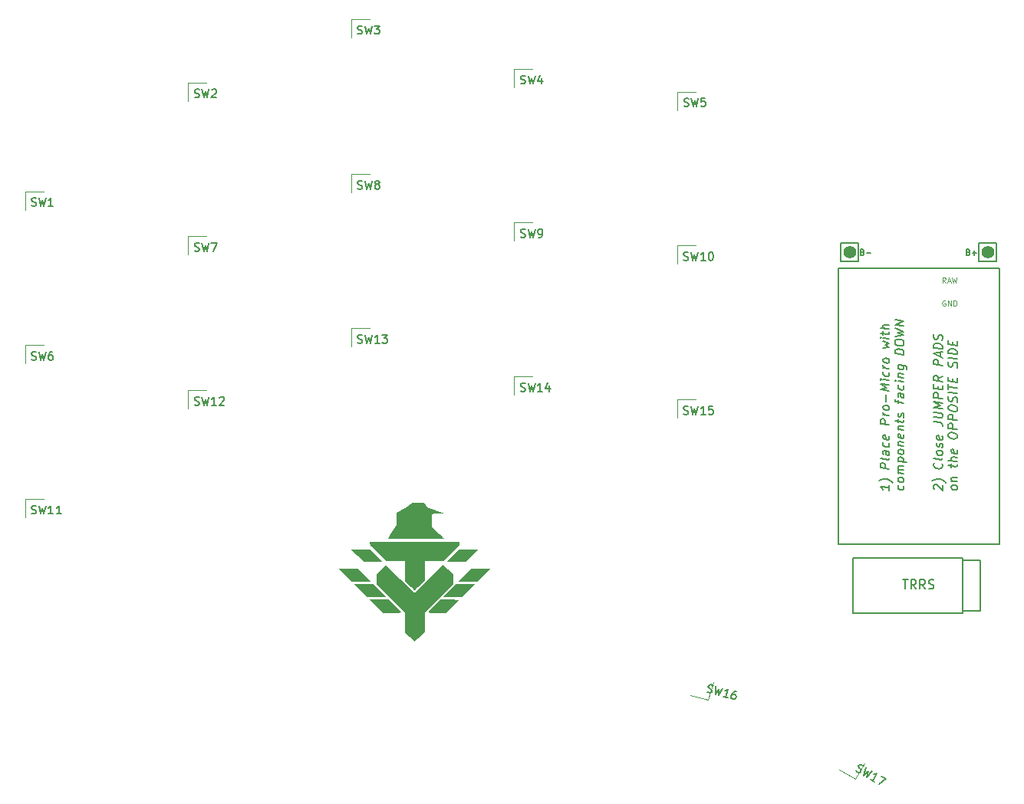
<source format=gbr>
%TF.GenerationSoftware,KiCad,Pcbnew,7.0.2*%
%TF.CreationDate,2023-04-26T16:25:08+02:00*%
%TF.ProjectId,half-swept,68616c66-2d73-4776-9570-742e6b696361,rev?*%
%TF.SameCoordinates,Original*%
%TF.FileFunction,Legend,Top*%
%TF.FilePolarity,Positive*%
%FSLAX46Y46*%
G04 Gerber Fmt 4.6, Leading zero omitted, Abs format (unit mm)*
G04 Created by KiCad (PCBNEW 7.0.2) date 2023-04-26 16:25:08*
%MOMM*%
%LPD*%
G01*
G04 APERTURE LIST*
%ADD10C,0.150000*%
%ADD11C,0.120000*%
%ADD12C,0.160000*%
%ADD13C,1.397000*%
G04 APERTURE END LIST*
D10*
X115629019Y-71684847D02*
X115629019Y-72256276D01*
X115629019Y-71970561D02*
X114629019Y-71845561D01*
X114629019Y-71845561D02*
X114771876Y-71958657D01*
X114771876Y-71958657D02*
X114867114Y-72065800D01*
X114867114Y-72065800D02*
X114914733Y-72166990D01*
X116009971Y-71405085D02*
X115962352Y-71351513D01*
X115962352Y-71351513D02*
X115819495Y-71238418D01*
X115819495Y-71238418D02*
X115724257Y-71178894D01*
X115724257Y-71178894D02*
X115581400Y-71113418D01*
X115581400Y-71113418D02*
X115343304Y-71036037D01*
X115343304Y-71036037D02*
X115152828Y-71012228D01*
X115152828Y-71012228D02*
X114914733Y-71030085D01*
X114914733Y-71030085D02*
X114771876Y-71059847D01*
X114771876Y-71059847D02*
X114676638Y-71095561D01*
X114676638Y-71095561D02*
X114533780Y-71172942D01*
X114533780Y-71172942D02*
X114486161Y-71214609D01*
X115629019Y-69887228D02*
X114629019Y-69762228D01*
X114629019Y-69762228D02*
X114629019Y-69381275D01*
X114629019Y-69381275D02*
X114676638Y-69291990D01*
X114676638Y-69291990D02*
X114724257Y-69250323D01*
X114724257Y-69250323D02*
X114819495Y-69214609D01*
X114819495Y-69214609D02*
X114962352Y-69232466D01*
X114962352Y-69232466D02*
X115057590Y-69291990D01*
X115057590Y-69291990D02*
X115105209Y-69345561D01*
X115105209Y-69345561D02*
X115152828Y-69446751D01*
X115152828Y-69446751D02*
X115152828Y-69827704D01*
X115629019Y-68750323D02*
X115581400Y-68839608D01*
X115581400Y-68839608D02*
X115486161Y-68875323D01*
X115486161Y-68875323D02*
X114629019Y-68768180D01*
X115629019Y-67946751D02*
X115105209Y-67881275D01*
X115105209Y-67881275D02*
X115009971Y-67916989D01*
X115009971Y-67916989D02*
X114962352Y-68006275D01*
X114962352Y-68006275D02*
X114962352Y-68196751D01*
X114962352Y-68196751D02*
X115009971Y-68297942D01*
X115581400Y-67940799D02*
X115629019Y-68041989D01*
X115629019Y-68041989D02*
X115629019Y-68280085D01*
X115629019Y-68280085D02*
X115581400Y-68369370D01*
X115581400Y-68369370D02*
X115486161Y-68405085D01*
X115486161Y-68405085D02*
X115390923Y-68393180D01*
X115390923Y-68393180D02*
X115295685Y-68333656D01*
X115295685Y-68333656D02*
X115248066Y-68232466D01*
X115248066Y-68232466D02*
X115248066Y-67994370D01*
X115248066Y-67994370D02*
X115200447Y-67893180D01*
X115581400Y-67041989D02*
X115629019Y-67143179D01*
X115629019Y-67143179D02*
X115629019Y-67333656D01*
X115629019Y-67333656D02*
X115581400Y-67422941D01*
X115581400Y-67422941D02*
X115533780Y-67464608D01*
X115533780Y-67464608D02*
X115438542Y-67500322D01*
X115438542Y-67500322D02*
X115152828Y-67464608D01*
X115152828Y-67464608D02*
X115057590Y-67405084D01*
X115057590Y-67405084D02*
X115009971Y-67351513D01*
X115009971Y-67351513D02*
X114962352Y-67250322D01*
X114962352Y-67250322D02*
X114962352Y-67059846D01*
X114962352Y-67059846D02*
X115009971Y-66970560D01*
X115581400Y-66238418D02*
X115629019Y-66339608D01*
X115629019Y-66339608D02*
X115629019Y-66530085D01*
X115629019Y-66530085D02*
X115581400Y-66619370D01*
X115581400Y-66619370D02*
X115486161Y-66655085D01*
X115486161Y-66655085D02*
X115105209Y-66607466D01*
X115105209Y-66607466D02*
X115009971Y-66547942D01*
X115009971Y-66547942D02*
X114962352Y-66446751D01*
X114962352Y-66446751D02*
X114962352Y-66256275D01*
X114962352Y-66256275D02*
X115009971Y-66166989D01*
X115009971Y-66166989D02*
X115105209Y-66131275D01*
X115105209Y-66131275D02*
X115200447Y-66143180D01*
X115200447Y-66143180D02*
X115295685Y-66631275D01*
X115629019Y-65012228D02*
X114629019Y-64887228D01*
X114629019Y-64887228D02*
X114629019Y-64506275D01*
X114629019Y-64506275D02*
X114676638Y-64416990D01*
X114676638Y-64416990D02*
X114724257Y-64375323D01*
X114724257Y-64375323D02*
X114819495Y-64339609D01*
X114819495Y-64339609D02*
X114962352Y-64357466D01*
X114962352Y-64357466D02*
X115057590Y-64416990D01*
X115057590Y-64416990D02*
X115105209Y-64470561D01*
X115105209Y-64470561D02*
X115152828Y-64571751D01*
X115152828Y-64571751D02*
X115152828Y-64952704D01*
X115629019Y-64018180D02*
X114962352Y-63934846D01*
X115152828Y-63958656D02*
X115057590Y-63899132D01*
X115057590Y-63899132D02*
X115009971Y-63845561D01*
X115009971Y-63845561D02*
X114962352Y-63744370D01*
X114962352Y-63744370D02*
X114962352Y-63649132D01*
X115629019Y-63262228D02*
X115581400Y-63351513D01*
X115581400Y-63351513D02*
X115533780Y-63393180D01*
X115533780Y-63393180D02*
X115438542Y-63428894D01*
X115438542Y-63428894D02*
X115152828Y-63393180D01*
X115152828Y-63393180D02*
X115057590Y-63333656D01*
X115057590Y-63333656D02*
X115009971Y-63280085D01*
X115009971Y-63280085D02*
X114962352Y-63178894D01*
X114962352Y-63178894D02*
X114962352Y-63036037D01*
X114962352Y-63036037D02*
X115009971Y-62946751D01*
X115009971Y-62946751D02*
X115057590Y-62905085D01*
X115057590Y-62905085D02*
X115152828Y-62869370D01*
X115152828Y-62869370D02*
X115438542Y-62905085D01*
X115438542Y-62905085D02*
X115533780Y-62964608D01*
X115533780Y-62964608D02*
X115581400Y-63018180D01*
X115581400Y-63018180D02*
X115629019Y-63119370D01*
X115629019Y-63119370D02*
X115629019Y-63262228D01*
X115248066Y-62458656D02*
X115248066Y-61696751D01*
X115629019Y-61268180D02*
X114629019Y-61143180D01*
X114629019Y-61143180D02*
X115343304Y-60899132D01*
X115343304Y-60899132D02*
X114629019Y-60476513D01*
X114629019Y-60476513D02*
X115629019Y-60601513D01*
X115629019Y-60131275D02*
X114962352Y-60047941D01*
X114629019Y-60006275D02*
X114676638Y-60059846D01*
X114676638Y-60059846D02*
X114724257Y-60018179D01*
X114724257Y-60018179D02*
X114676638Y-59964608D01*
X114676638Y-59964608D02*
X114629019Y-60006275D01*
X114629019Y-60006275D02*
X114724257Y-60018179D01*
X115581400Y-59226513D02*
X115629019Y-59327703D01*
X115629019Y-59327703D02*
X115629019Y-59518180D01*
X115629019Y-59518180D02*
X115581400Y-59607465D01*
X115581400Y-59607465D02*
X115533780Y-59649132D01*
X115533780Y-59649132D02*
X115438542Y-59684846D01*
X115438542Y-59684846D02*
X115152828Y-59649132D01*
X115152828Y-59649132D02*
X115057590Y-59589608D01*
X115057590Y-59589608D02*
X115009971Y-59536037D01*
X115009971Y-59536037D02*
X114962352Y-59434846D01*
X114962352Y-59434846D02*
X114962352Y-59244370D01*
X114962352Y-59244370D02*
X115009971Y-59155084D01*
X115629019Y-58809847D02*
X114962352Y-58726513D01*
X115152828Y-58750323D02*
X115057590Y-58690799D01*
X115057590Y-58690799D02*
X115009971Y-58637228D01*
X115009971Y-58637228D02*
X114962352Y-58536037D01*
X114962352Y-58536037D02*
X114962352Y-58440799D01*
X115629019Y-58053895D02*
X115581400Y-58143180D01*
X115581400Y-58143180D02*
X115533780Y-58184847D01*
X115533780Y-58184847D02*
X115438542Y-58220561D01*
X115438542Y-58220561D02*
X115152828Y-58184847D01*
X115152828Y-58184847D02*
X115057590Y-58125323D01*
X115057590Y-58125323D02*
X115009971Y-58071752D01*
X115009971Y-58071752D02*
X114962352Y-57970561D01*
X114962352Y-57970561D02*
X114962352Y-57827704D01*
X114962352Y-57827704D02*
X115009971Y-57738418D01*
X115009971Y-57738418D02*
X115057590Y-57696752D01*
X115057590Y-57696752D02*
X115152828Y-57661037D01*
X115152828Y-57661037D02*
X115438542Y-57696752D01*
X115438542Y-57696752D02*
X115533780Y-57756275D01*
X115533780Y-57756275D02*
X115581400Y-57809847D01*
X115581400Y-57809847D02*
X115629019Y-57911037D01*
X115629019Y-57911037D02*
X115629019Y-58053895D01*
X114962352Y-56547941D02*
X115629019Y-56440799D01*
X115629019Y-56440799D02*
X115152828Y-56190799D01*
X115152828Y-56190799D02*
X115629019Y-56059846D01*
X115629019Y-56059846D02*
X114962352Y-55786037D01*
X115629019Y-55494370D02*
X114962352Y-55411036D01*
X114629019Y-55369370D02*
X114676638Y-55422941D01*
X114676638Y-55422941D02*
X114724257Y-55381274D01*
X114724257Y-55381274D02*
X114676638Y-55327703D01*
X114676638Y-55327703D02*
X114629019Y-55369370D01*
X114629019Y-55369370D02*
X114724257Y-55381274D01*
X114962352Y-55083655D02*
X114962352Y-54702703D01*
X114629019Y-54899132D02*
X115486161Y-55006275D01*
X115486161Y-55006275D02*
X115581400Y-54970560D01*
X115581400Y-54970560D02*
X115629019Y-54881275D01*
X115629019Y-54881275D02*
X115629019Y-54786036D01*
X115629019Y-54458656D02*
X114629019Y-54333656D01*
X115629019Y-54030084D02*
X115105209Y-53964608D01*
X115105209Y-53964608D02*
X115009971Y-54000322D01*
X115009971Y-54000322D02*
X114962352Y-54089608D01*
X114962352Y-54089608D02*
X114962352Y-54232465D01*
X114962352Y-54232465D02*
X115009971Y-54333656D01*
X115009971Y-54333656D02*
X115057590Y-54387227D01*
X117201400Y-71774133D02*
X117249019Y-71875323D01*
X117249019Y-71875323D02*
X117249019Y-72065800D01*
X117249019Y-72065800D02*
X117201400Y-72155085D01*
X117201400Y-72155085D02*
X117153780Y-72196752D01*
X117153780Y-72196752D02*
X117058542Y-72232466D01*
X117058542Y-72232466D02*
X116772828Y-72196752D01*
X116772828Y-72196752D02*
X116677590Y-72137228D01*
X116677590Y-72137228D02*
X116629971Y-72083657D01*
X116629971Y-72083657D02*
X116582352Y-71982466D01*
X116582352Y-71982466D02*
X116582352Y-71791990D01*
X116582352Y-71791990D02*
X116629971Y-71702704D01*
X117249019Y-71214610D02*
X117201400Y-71303895D01*
X117201400Y-71303895D02*
X117153780Y-71345562D01*
X117153780Y-71345562D02*
X117058542Y-71381276D01*
X117058542Y-71381276D02*
X116772828Y-71345562D01*
X116772828Y-71345562D02*
X116677590Y-71286038D01*
X116677590Y-71286038D02*
X116629971Y-71232467D01*
X116629971Y-71232467D02*
X116582352Y-71131276D01*
X116582352Y-71131276D02*
X116582352Y-70988419D01*
X116582352Y-70988419D02*
X116629971Y-70899133D01*
X116629971Y-70899133D02*
X116677590Y-70857467D01*
X116677590Y-70857467D02*
X116772828Y-70821752D01*
X116772828Y-70821752D02*
X117058542Y-70857467D01*
X117058542Y-70857467D02*
X117153780Y-70916990D01*
X117153780Y-70916990D02*
X117201400Y-70970562D01*
X117201400Y-70970562D02*
X117249019Y-71071752D01*
X117249019Y-71071752D02*
X117249019Y-71214610D01*
X117249019Y-70458657D02*
X116582352Y-70375323D01*
X116677590Y-70387228D02*
X116629971Y-70333657D01*
X116629971Y-70333657D02*
X116582352Y-70232466D01*
X116582352Y-70232466D02*
X116582352Y-70089609D01*
X116582352Y-70089609D02*
X116629971Y-70000323D01*
X116629971Y-70000323D02*
X116725209Y-69964609D01*
X116725209Y-69964609D02*
X117249019Y-70030085D01*
X116725209Y-69964609D02*
X116629971Y-69905085D01*
X116629971Y-69905085D02*
X116582352Y-69803895D01*
X116582352Y-69803895D02*
X116582352Y-69661038D01*
X116582352Y-69661038D02*
X116629971Y-69571752D01*
X116629971Y-69571752D02*
X116725209Y-69536038D01*
X116725209Y-69536038D02*
X117249019Y-69601514D01*
X116582352Y-69047942D02*
X117582352Y-69172942D01*
X116629971Y-69053895D02*
X116582352Y-68952704D01*
X116582352Y-68952704D02*
X116582352Y-68762228D01*
X116582352Y-68762228D02*
X116629971Y-68672942D01*
X116629971Y-68672942D02*
X116677590Y-68631276D01*
X116677590Y-68631276D02*
X116772828Y-68595561D01*
X116772828Y-68595561D02*
X117058542Y-68631276D01*
X117058542Y-68631276D02*
X117153780Y-68690799D01*
X117153780Y-68690799D02*
X117201400Y-68744371D01*
X117201400Y-68744371D02*
X117249019Y-68845561D01*
X117249019Y-68845561D02*
X117249019Y-69036038D01*
X117249019Y-69036038D02*
X117201400Y-69125323D01*
X117249019Y-68131276D02*
X117201400Y-68220561D01*
X117201400Y-68220561D02*
X117153780Y-68262228D01*
X117153780Y-68262228D02*
X117058542Y-68297942D01*
X117058542Y-68297942D02*
X116772828Y-68262228D01*
X116772828Y-68262228D02*
X116677590Y-68202704D01*
X116677590Y-68202704D02*
X116629971Y-68149133D01*
X116629971Y-68149133D02*
X116582352Y-68047942D01*
X116582352Y-68047942D02*
X116582352Y-67905085D01*
X116582352Y-67905085D02*
X116629971Y-67815799D01*
X116629971Y-67815799D02*
X116677590Y-67774133D01*
X116677590Y-67774133D02*
X116772828Y-67738418D01*
X116772828Y-67738418D02*
X117058542Y-67774133D01*
X117058542Y-67774133D02*
X117153780Y-67833656D01*
X117153780Y-67833656D02*
X117201400Y-67887228D01*
X117201400Y-67887228D02*
X117249019Y-67988418D01*
X117249019Y-67988418D02*
X117249019Y-68131276D01*
X116582352Y-67291989D02*
X117249019Y-67375323D01*
X116677590Y-67303894D02*
X116629971Y-67250323D01*
X116629971Y-67250323D02*
X116582352Y-67149132D01*
X116582352Y-67149132D02*
X116582352Y-67006275D01*
X116582352Y-67006275D02*
X116629971Y-66916989D01*
X116629971Y-66916989D02*
X116725209Y-66881275D01*
X116725209Y-66881275D02*
X117249019Y-66946751D01*
X117201400Y-66089608D02*
X117249019Y-66190798D01*
X117249019Y-66190798D02*
X117249019Y-66381275D01*
X117249019Y-66381275D02*
X117201400Y-66470560D01*
X117201400Y-66470560D02*
X117106161Y-66506275D01*
X117106161Y-66506275D02*
X116725209Y-66458656D01*
X116725209Y-66458656D02*
X116629971Y-66399132D01*
X116629971Y-66399132D02*
X116582352Y-66297941D01*
X116582352Y-66297941D02*
X116582352Y-66107465D01*
X116582352Y-66107465D02*
X116629971Y-66018179D01*
X116629971Y-66018179D02*
X116725209Y-65982465D01*
X116725209Y-65982465D02*
X116820447Y-65994370D01*
X116820447Y-65994370D02*
X116915685Y-66482465D01*
X116582352Y-65541989D02*
X117249019Y-65625323D01*
X116677590Y-65553894D02*
X116629971Y-65500323D01*
X116629971Y-65500323D02*
X116582352Y-65399132D01*
X116582352Y-65399132D02*
X116582352Y-65256275D01*
X116582352Y-65256275D02*
X116629971Y-65166989D01*
X116629971Y-65166989D02*
X116725209Y-65131275D01*
X116725209Y-65131275D02*
X117249019Y-65196751D01*
X116582352Y-64786036D02*
X116582352Y-64405084D01*
X116249019Y-64601513D02*
X117106161Y-64708656D01*
X117106161Y-64708656D02*
X117201400Y-64672941D01*
X117201400Y-64672941D02*
X117249019Y-64583656D01*
X117249019Y-64583656D02*
X117249019Y-64488417D01*
X117201400Y-64202703D02*
X117249019Y-64113418D01*
X117249019Y-64113418D02*
X117249019Y-63922941D01*
X117249019Y-63922941D02*
X117201400Y-63821751D01*
X117201400Y-63821751D02*
X117106161Y-63762227D01*
X117106161Y-63762227D02*
X117058542Y-63756275D01*
X117058542Y-63756275D02*
X116963304Y-63791989D01*
X116963304Y-63791989D02*
X116915685Y-63881275D01*
X116915685Y-63881275D02*
X116915685Y-64024132D01*
X116915685Y-64024132D02*
X116868066Y-64113418D01*
X116868066Y-64113418D02*
X116772828Y-64149132D01*
X116772828Y-64149132D02*
X116725209Y-64143180D01*
X116725209Y-64143180D02*
X116629971Y-64083656D01*
X116629971Y-64083656D02*
X116582352Y-63982465D01*
X116582352Y-63982465D02*
X116582352Y-63839608D01*
X116582352Y-63839608D02*
X116629971Y-63750322D01*
X116582352Y-62655084D02*
X116582352Y-62274132D01*
X117249019Y-62595561D02*
X116391876Y-62488418D01*
X116391876Y-62488418D02*
X116296638Y-62428894D01*
X116296638Y-62428894D02*
X116249019Y-62327704D01*
X116249019Y-62327704D02*
X116249019Y-62232465D01*
X117249019Y-61601513D02*
X116725209Y-61536037D01*
X116725209Y-61536037D02*
X116629971Y-61571751D01*
X116629971Y-61571751D02*
X116582352Y-61661037D01*
X116582352Y-61661037D02*
X116582352Y-61851513D01*
X116582352Y-61851513D02*
X116629971Y-61952704D01*
X117201400Y-61595561D02*
X117249019Y-61696751D01*
X117249019Y-61696751D02*
X117249019Y-61934847D01*
X117249019Y-61934847D02*
X117201400Y-62024132D01*
X117201400Y-62024132D02*
X117106161Y-62059847D01*
X117106161Y-62059847D02*
X117010923Y-62047942D01*
X117010923Y-62047942D02*
X116915685Y-61988418D01*
X116915685Y-61988418D02*
X116868066Y-61887228D01*
X116868066Y-61887228D02*
X116868066Y-61649132D01*
X116868066Y-61649132D02*
X116820447Y-61547942D01*
X117201400Y-60696751D02*
X117249019Y-60797941D01*
X117249019Y-60797941D02*
X117249019Y-60988418D01*
X117249019Y-60988418D02*
X117201400Y-61077703D01*
X117201400Y-61077703D02*
X117153780Y-61119370D01*
X117153780Y-61119370D02*
X117058542Y-61155084D01*
X117058542Y-61155084D02*
X116772828Y-61119370D01*
X116772828Y-61119370D02*
X116677590Y-61059846D01*
X116677590Y-61059846D02*
X116629971Y-61006275D01*
X116629971Y-61006275D02*
X116582352Y-60905084D01*
X116582352Y-60905084D02*
X116582352Y-60714608D01*
X116582352Y-60714608D02*
X116629971Y-60625322D01*
X117249019Y-60280085D02*
X116582352Y-60196751D01*
X116249019Y-60155085D02*
X116296638Y-60208656D01*
X116296638Y-60208656D02*
X116344257Y-60166989D01*
X116344257Y-60166989D02*
X116296638Y-60113418D01*
X116296638Y-60113418D02*
X116249019Y-60155085D01*
X116249019Y-60155085D02*
X116344257Y-60166989D01*
X116582352Y-59726513D02*
X117249019Y-59809847D01*
X116677590Y-59738418D02*
X116629971Y-59684847D01*
X116629971Y-59684847D02*
X116582352Y-59583656D01*
X116582352Y-59583656D02*
X116582352Y-59440799D01*
X116582352Y-59440799D02*
X116629971Y-59351513D01*
X116629971Y-59351513D02*
X116725209Y-59315799D01*
X116725209Y-59315799D02*
X117249019Y-59381275D01*
X116582352Y-58399132D02*
X117391876Y-58500322D01*
X117391876Y-58500322D02*
X117487114Y-58559846D01*
X117487114Y-58559846D02*
X117534733Y-58613418D01*
X117534733Y-58613418D02*
X117582352Y-58714608D01*
X117582352Y-58714608D02*
X117582352Y-58857465D01*
X117582352Y-58857465D02*
X117534733Y-58946751D01*
X117201400Y-58476513D02*
X117249019Y-58577703D01*
X117249019Y-58577703D02*
X117249019Y-58768180D01*
X117249019Y-58768180D02*
X117201400Y-58857465D01*
X117201400Y-58857465D02*
X117153780Y-58899132D01*
X117153780Y-58899132D02*
X117058542Y-58934846D01*
X117058542Y-58934846D02*
X116772828Y-58899132D01*
X116772828Y-58899132D02*
X116677590Y-58839608D01*
X116677590Y-58839608D02*
X116629971Y-58786037D01*
X116629971Y-58786037D02*
X116582352Y-58684846D01*
X116582352Y-58684846D02*
X116582352Y-58494370D01*
X116582352Y-58494370D02*
X116629971Y-58405084D01*
X117249019Y-57291989D02*
X116249019Y-57166989D01*
X116249019Y-57166989D02*
X116249019Y-56928893D01*
X116249019Y-56928893D02*
X116296638Y-56791989D01*
X116296638Y-56791989D02*
X116391876Y-56708655D01*
X116391876Y-56708655D02*
X116487114Y-56672941D01*
X116487114Y-56672941D02*
X116677590Y-56649132D01*
X116677590Y-56649132D02*
X116820447Y-56666989D01*
X116820447Y-56666989D02*
X117010923Y-56738417D01*
X117010923Y-56738417D02*
X117106161Y-56797941D01*
X117106161Y-56797941D02*
X117201400Y-56905084D01*
X117201400Y-56905084D02*
X117249019Y-57053893D01*
X117249019Y-57053893D02*
X117249019Y-57291989D01*
X116249019Y-55982464D02*
X116249019Y-55791988D01*
X116249019Y-55791988D02*
X116296638Y-55702703D01*
X116296638Y-55702703D02*
X116391876Y-55619369D01*
X116391876Y-55619369D02*
X116582352Y-55595560D01*
X116582352Y-55595560D02*
X116915685Y-55637226D01*
X116915685Y-55637226D02*
X117106161Y-55708655D01*
X117106161Y-55708655D02*
X117201400Y-55815798D01*
X117201400Y-55815798D02*
X117249019Y-55916988D01*
X117249019Y-55916988D02*
X117249019Y-56107464D01*
X117249019Y-56107464D02*
X117201400Y-56196750D01*
X117201400Y-56196750D02*
X117106161Y-56280084D01*
X117106161Y-56280084D02*
X116915685Y-56303893D01*
X116915685Y-56303893D02*
X116582352Y-56262226D01*
X116582352Y-56262226D02*
X116391876Y-56190798D01*
X116391876Y-56190798D02*
X116296638Y-56083655D01*
X116296638Y-56083655D02*
X116249019Y-55982464D01*
X116249019Y-55226512D02*
X117249019Y-55113417D01*
X117249019Y-55113417D02*
X116534733Y-54833655D01*
X116534733Y-54833655D02*
X117249019Y-54732464D01*
X117249019Y-54732464D02*
X116249019Y-54369369D01*
X117249019Y-54119369D02*
X116249019Y-53994369D01*
X116249019Y-53994369D02*
X117249019Y-53547940D01*
X117249019Y-53547940D02*
X116249019Y-53422940D01*
D11*
X121818342Y-51318942D02*
X121761200Y-51290371D01*
X121761200Y-51290371D02*
X121675485Y-51290371D01*
X121675485Y-51290371D02*
X121589771Y-51318942D01*
X121589771Y-51318942D02*
X121532628Y-51376085D01*
X121532628Y-51376085D02*
X121504057Y-51433228D01*
X121504057Y-51433228D02*
X121475485Y-51547514D01*
X121475485Y-51547514D02*
X121475485Y-51633228D01*
X121475485Y-51633228D02*
X121504057Y-51747514D01*
X121504057Y-51747514D02*
X121532628Y-51804657D01*
X121532628Y-51804657D02*
X121589771Y-51861800D01*
X121589771Y-51861800D02*
X121675485Y-51890371D01*
X121675485Y-51890371D02*
X121732628Y-51890371D01*
X121732628Y-51890371D02*
X121818342Y-51861800D01*
X121818342Y-51861800D02*
X121846914Y-51833228D01*
X121846914Y-51833228D02*
X121846914Y-51633228D01*
X121846914Y-51633228D02*
X121732628Y-51633228D01*
X122104057Y-51890371D02*
X122104057Y-51290371D01*
X122104057Y-51290371D02*
X122446914Y-51890371D01*
X122446914Y-51890371D02*
X122446914Y-51290371D01*
X122732628Y-51890371D02*
X122732628Y-51290371D01*
X122732628Y-51290371D02*
X122875485Y-51290371D01*
X122875485Y-51290371D02*
X122961199Y-51318942D01*
X122961199Y-51318942D02*
X123018342Y-51376085D01*
X123018342Y-51376085D02*
X123046913Y-51433228D01*
X123046913Y-51433228D02*
X123075485Y-51547514D01*
X123075485Y-51547514D02*
X123075485Y-51633228D01*
X123075485Y-51633228D02*
X123046913Y-51747514D01*
X123046913Y-51747514D02*
X123018342Y-51804657D01*
X123018342Y-51804657D02*
X122961199Y-51861800D01*
X122961199Y-51861800D02*
X122875485Y-51890371D01*
X122875485Y-51890371D02*
X122732628Y-51890371D01*
D10*
X120617057Y-72143180D02*
X120569438Y-72089609D01*
X120569438Y-72089609D02*
X120521819Y-71988419D01*
X120521819Y-71988419D02*
X120521819Y-71750323D01*
X120521819Y-71750323D02*
X120569438Y-71661038D01*
X120569438Y-71661038D02*
X120617057Y-71619371D01*
X120617057Y-71619371D02*
X120712295Y-71583657D01*
X120712295Y-71583657D02*
X120807533Y-71595561D01*
X120807533Y-71595561D02*
X120950390Y-71661038D01*
X120950390Y-71661038D02*
X121521819Y-72303895D01*
X121521819Y-72303895D02*
X121521819Y-71684847D01*
X121902771Y-71405085D02*
X121855152Y-71351513D01*
X121855152Y-71351513D02*
X121712295Y-71238418D01*
X121712295Y-71238418D02*
X121617057Y-71178894D01*
X121617057Y-71178894D02*
X121474200Y-71113418D01*
X121474200Y-71113418D02*
X121236104Y-71036037D01*
X121236104Y-71036037D02*
X121045628Y-71012228D01*
X121045628Y-71012228D02*
X120807533Y-71030085D01*
X120807533Y-71030085D02*
X120664676Y-71059847D01*
X120664676Y-71059847D02*
X120569438Y-71095561D01*
X120569438Y-71095561D02*
X120426580Y-71172942D01*
X120426580Y-71172942D02*
X120378961Y-71214609D01*
X121426580Y-69303894D02*
X121474200Y-69357466D01*
X121474200Y-69357466D02*
X121521819Y-69506275D01*
X121521819Y-69506275D02*
X121521819Y-69601513D01*
X121521819Y-69601513D02*
X121474200Y-69738418D01*
X121474200Y-69738418D02*
X121378961Y-69821751D01*
X121378961Y-69821751D02*
X121283723Y-69857466D01*
X121283723Y-69857466D02*
X121093247Y-69881275D01*
X121093247Y-69881275D02*
X120950390Y-69863418D01*
X120950390Y-69863418D02*
X120759914Y-69791990D01*
X120759914Y-69791990D02*
X120664676Y-69732466D01*
X120664676Y-69732466D02*
X120569438Y-69625323D01*
X120569438Y-69625323D02*
X120521819Y-69476513D01*
X120521819Y-69476513D02*
X120521819Y-69381275D01*
X120521819Y-69381275D02*
X120569438Y-69244371D01*
X120569438Y-69244371D02*
X120617057Y-69202704D01*
X121521819Y-68750323D02*
X121474200Y-68839608D01*
X121474200Y-68839608D02*
X121378961Y-68875323D01*
X121378961Y-68875323D02*
X120521819Y-68768180D01*
X121521819Y-68232466D02*
X121474200Y-68321751D01*
X121474200Y-68321751D02*
X121426580Y-68363418D01*
X121426580Y-68363418D02*
X121331342Y-68399132D01*
X121331342Y-68399132D02*
X121045628Y-68363418D01*
X121045628Y-68363418D02*
X120950390Y-68303894D01*
X120950390Y-68303894D02*
X120902771Y-68250323D01*
X120902771Y-68250323D02*
X120855152Y-68149132D01*
X120855152Y-68149132D02*
X120855152Y-68006275D01*
X120855152Y-68006275D02*
X120902771Y-67916989D01*
X120902771Y-67916989D02*
X120950390Y-67875323D01*
X120950390Y-67875323D02*
X121045628Y-67839608D01*
X121045628Y-67839608D02*
X121331342Y-67875323D01*
X121331342Y-67875323D02*
X121426580Y-67934846D01*
X121426580Y-67934846D02*
X121474200Y-67988418D01*
X121474200Y-67988418D02*
X121521819Y-68089608D01*
X121521819Y-68089608D02*
X121521819Y-68232466D01*
X121474200Y-67518179D02*
X121521819Y-67428894D01*
X121521819Y-67428894D02*
X121521819Y-67238417D01*
X121521819Y-67238417D02*
X121474200Y-67137227D01*
X121474200Y-67137227D02*
X121378961Y-67077703D01*
X121378961Y-67077703D02*
X121331342Y-67071751D01*
X121331342Y-67071751D02*
X121236104Y-67107465D01*
X121236104Y-67107465D02*
X121188485Y-67196751D01*
X121188485Y-67196751D02*
X121188485Y-67339608D01*
X121188485Y-67339608D02*
X121140866Y-67428894D01*
X121140866Y-67428894D02*
X121045628Y-67464608D01*
X121045628Y-67464608D02*
X120998009Y-67458656D01*
X120998009Y-67458656D02*
X120902771Y-67399132D01*
X120902771Y-67399132D02*
X120855152Y-67297941D01*
X120855152Y-67297941D02*
X120855152Y-67155084D01*
X120855152Y-67155084D02*
X120902771Y-67065798D01*
X121474200Y-66286037D02*
X121521819Y-66387227D01*
X121521819Y-66387227D02*
X121521819Y-66577704D01*
X121521819Y-66577704D02*
X121474200Y-66666989D01*
X121474200Y-66666989D02*
X121378961Y-66702704D01*
X121378961Y-66702704D02*
X120998009Y-66655085D01*
X120998009Y-66655085D02*
X120902771Y-66595561D01*
X120902771Y-66595561D02*
X120855152Y-66494370D01*
X120855152Y-66494370D02*
X120855152Y-66303894D01*
X120855152Y-66303894D02*
X120902771Y-66214608D01*
X120902771Y-66214608D02*
X120998009Y-66178894D01*
X120998009Y-66178894D02*
X121093247Y-66190799D01*
X121093247Y-66190799D02*
X121188485Y-66678894D01*
X120521819Y-64649132D02*
X121236104Y-64738418D01*
X121236104Y-64738418D02*
X121378961Y-64803894D01*
X121378961Y-64803894D02*
X121474200Y-64911037D01*
X121474200Y-64911037D02*
X121521819Y-65059847D01*
X121521819Y-65059847D02*
X121521819Y-65155085D01*
X120521819Y-64178895D02*
X121331342Y-64280085D01*
X121331342Y-64280085D02*
X121426580Y-64244371D01*
X121426580Y-64244371D02*
X121474200Y-64202704D01*
X121474200Y-64202704D02*
X121521819Y-64113418D01*
X121521819Y-64113418D02*
X121521819Y-63922942D01*
X121521819Y-63922942D02*
X121474200Y-63821752D01*
X121474200Y-63821752D02*
X121426580Y-63768180D01*
X121426580Y-63768180D02*
X121331342Y-63708657D01*
X121331342Y-63708657D02*
X120521819Y-63607466D01*
X121521819Y-63262228D02*
X120521819Y-63137228D01*
X120521819Y-63137228D02*
X121236104Y-62893180D01*
X121236104Y-62893180D02*
X120521819Y-62470561D01*
X120521819Y-62470561D02*
X121521819Y-62595561D01*
X121521819Y-62125323D02*
X120521819Y-62000323D01*
X120521819Y-62000323D02*
X120521819Y-61619370D01*
X120521819Y-61619370D02*
X120569438Y-61530085D01*
X120569438Y-61530085D02*
X120617057Y-61488418D01*
X120617057Y-61488418D02*
X120712295Y-61452704D01*
X120712295Y-61452704D02*
X120855152Y-61470561D01*
X120855152Y-61470561D02*
X120950390Y-61530085D01*
X120950390Y-61530085D02*
X120998009Y-61583656D01*
X120998009Y-61583656D02*
X121045628Y-61684846D01*
X121045628Y-61684846D02*
X121045628Y-62065799D01*
X120998009Y-61065798D02*
X120998009Y-60732465D01*
X121521819Y-60655084D02*
X121521819Y-61131275D01*
X121521819Y-61131275D02*
X120521819Y-61006275D01*
X120521819Y-61006275D02*
X120521819Y-60530084D01*
X121521819Y-59661036D02*
X121045628Y-59934846D01*
X121521819Y-60232465D02*
X120521819Y-60107465D01*
X120521819Y-60107465D02*
X120521819Y-59726512D01*
X120521819Y-59726512D02*
X120569438Y-59637227D01*
X120569438Y-59637227D02*
X120617057Y-59595560D01*
X120617057Y-59595560D02*
X120712295Y-59559846D01*
X120712295Y-59559846D02*
X120855152Y-59577703D01*
X120855152Y-59577703D02*
X120950390Y-59637227D01*
X120950390Y-59637227D02*
X120998009Y-59690798D01*
X120998009Y-59690798D02*
X121045628Y-59791988D01*
X121045628Y-59791988D02*
X121045628Y-60172941D01*
X121521819Y-58476512D02*
X120521819Y-58351512D01*
X120521819Y-58351512D02*
X120521819Y-57970559D01*
X120521819Y-57970559D02*
X120569438Y-57881274D01*
X120569438Y-57881274D02*
X120617057Y-57839607D01*
X120617057Y-57839607D02*
X120712295Y-57803893D01*
X120712295Y-57803893D02*
X120855152Y-57821750D01*
X120855152Y-57821750D02*
X120950390Y-57881274D01*
X120950390Y-57881274D02*
X120998009Y-57934845D01*
X120998009Y-57934845D02*
X121045628Y-58036035D01*
X121045628Y-58036035D02*
X121045628Y-58416988D01*
X121236104Y-57494368D02*
X121236104Y-57018178D01*
X121521819Y-57625321D02*
X120521819Y-57166987D01*
X120521819Y-57166987D02*
X121521819Y-56958654D01*
X121521819Y-56631274D02*
X120521819Y-56506274D01*
X120521819Y-56506274D02*
X120521819Y-56268178D01*
X120521819Y-56268178D02*
X120569438Y-56131274D01*
X120569438Y-56131274D02*
X120664676Y-56047940D01*
X120664676Y-56047940D02*
X120759914Y-56012226D01*
X120759914Y-56012226D02*
X120950390Y-55988417D01*
X120950390Y-55988417D02*
X121093247Y-56006274D01*
X121093247Y-56006274D02*
X121283723Y-56077702D01*
X121283723Y-56077702D02*
X121378961Y-56137226D01*
X121378961Y-56137226D02*
X121474200Y-56244369D01*
X121474200Y-56244369D02*
X121521819Y-56393178D01*
X121521819Y-56393178D02*
X121521819Y-56631274D01*
X121474200Y-55678892D02*
X121521819Y-55541988D01*
X121521819Y-55541988D02*
X121521819Y-55303892D01*
X121521819Y-55303892D02*
X121474200Y-55202702D01*
X121474200Y-55202702D02*
X121426580Y-55149130D01*
X121426580Y-55149130D02*
X121331342Y-55089607D01*
X121331342Y-55089607D02*
X121236104Y-55077702D01*
X121236104Y-55077702D02*
X121140866Y-55113416D01*
X121140866Y-55113416D02*
X121093247Y-55155083D01*
X121093247Y-55155083D02*
X121045628Y-55244369D01*
X121045628Y-55244369D02*
X120998009Y-55428892D01*
X120998009Y-55428892D02*
X120950390Y-55518178D01*
X120950390Y-55518178D02*
X120902771Y-55559845D01*
X120902771Y-55559845D02*
X120807533Y-55595559D01*
X120807533Y-55595559D02*
X120712295Y-55583654D01*
X120712295Y-55583654D02*
X120617057Y-55524130D01*
X120617057Y-55524130D02*
X120569438Y-55470559D01*
X120569438Y-55470559D02*
X120521819Y-55369369D01*
X120521819Y-55369369D02*
X120521819Y-55131273D01*
X120521819Y-55131273D02*
X120569438Y-54994369D01*
X123141819Y-72065800D02*
X123094200Y-72155085D01*
X123094200Y-72155085D02*
X123046580Y-72196752D01*
X123046580Y-72196752D02*
X122951342Y-72232466D01*
X122951342Y-72232466D02*
X122665628Y-72196752D01*
X122665628Y-72196752D02*
X122570390Y-72137228D01*
X122570390Y-72137228D02*
X122522771Y-72083657D01*
X122522771Y-72083657D02*
X122475152Y-71982466D01*
X122475152Y-71982466D02*
X122475152Y-71839609D01*
X122475152Y-71839609D02*
X122522771Y-71750323D01*
X122522771Y-71750323D02*
X122570390Y-71708657D01*
X122570390Y-71708657D02*
X122665628Y-71672942D01*
X122665628Y-71672942D02*
X122951342Y-71708657D01*
X122951342Y-71708657D02*
X123046580Y-71768180D01*
X123046580Y-71768180D02*
X123094200Y-71821752D01*
X123094200Y-71821752D02*
X123141819Y-71922942D01*
X123141819Y-71922942D02*
X123141819Y-72065800D01*
X122475152Y-71226513D02*
X123141819Y-71309847D01*
X122570390Y-71238418D02*
X122522771Y-71184847D01*
X122522771Y-71184847D02*
X122475152Y-71083656D01*
X122475152Y-71083656D02*
X122475152Y-70940799D01*
X122475152Y-70940799D02*
X122522771Y-70851513D01*
X122522771Y-70851513D02*
X122618009Y-70815799D01*
X122618009Y-70815799D02*
X123141819Y-70881275D01*
X122475152Y-69708655D02*
X122475152Y-69327703D01*
X122141819Y-69524132D02*
X122998961Y-69631275D01*
X122998961Y-69631275D02*
X123094200Y-69595560D01*
X123094200Y-69595560D02*
X123141819Y-69506275D01*
X123141819Y-69506275D02*
X123141819Y-69411036D01*
X123141819Y-69083656D02*
X122141819Y-68958656D01*
X123141819Y-68655084D02*
X122618009Y-68589608D01*
X122618009Y-68589608D02*
X122522771Y-68625322D01*
X122522771Y-68625322D02*
X122475152Y-68714608D01*
X122475152Y-68714608D02*
X122475152Y-68857465D01*
X122475152Y-68857465D02*
X122522771Y-68958656D01*
X122522771Y-68958656D02*
X122570390Y-69012227D01*
X123094200Y-67797941D02*
X123141819Y-67899131D01*
X123141819Y-67899131D02*
X123141819Y-68089608D01*
X123141819Y-68089608D02*
X123094200Y-68178893D01*
X123094200Y-68178893D02*
X122998961Y-68214608D01*
X122998961Y-68214608D02*
X122618009Y-68166989D01*
X122618009Y-68166989D02*
X122522771Y-68107465D01*
X122522771Y-68107465D02*
X122475152Y-68006274D01*
X122475152Y-68006274D02*
X122475152Y-67815798D01*
X122475152Y-67815798D02*
X122522771Y-67726512D01*
X122522771Y-67726512D02*
X122618009Y-67690798D01*
X122618009Y-67690798D02*
X122713247Y-67702703D01*
X122713247Y-67702703D02*
X122808485Y-68190798D01*
X122141819Y-66256274D02*
X122141819Y-66065798D01*
X122141819Y-66065798D02*
X122189438Y-65976513D01*
X122189438Y-65976513D02*
X122284676Y-65893179D01*
X122284676Y-65893179D02*
X122475152Y-65869370D01*
X122475152Y-65869370D02*
X122808485Y-65911036D01*
X122808485Y-65911036D02*
X122998961Y-65982465D01*
X122998961Y-65982465D02*
X123094200Y-66089608D01*
X123094200Y-66089608D02*
X123141819Y-66190798D01*
X123141819Y-66190798D02*
X123141819Y-66381274D01*
X123141819Y-66381274D02*
X123094200Y-66470560D01*
X123094200Y-66470560D02*
X122998961Y-66553894D01*
X122998961Y-66553894D02*
X122808485Y-66577703D01*
X122808485Y-66577703D02*
X122475152Y-66536036D01*
X122475152Y-66536036D02*
X122284676Y-66464608D01*
X122284676Y-66464608D02*
X122189438Y-66357465D01*
X122189438Y-66357465D02*
X122141819Y-66256274D01*
X123141819Y-65530084D02*
X122141819Y-65405084D01*
X122141819Y-65405084D02*
X122141819Y-65024131D01*
X122141819Y-65024131D02*
X122189438Y-64934846D01*
X122189438Y-64934846D02*
X122237057Y-64893179D01*
X122237057Y-64893179D02*
X122332295Y-64857465D01*
X122332295Y-64857465D02*
X122475152Y-64875322D01*
X122475152Y-64875322D02*
X122570390Y-64934846D01*
X122570390Y-64934846D02*
X122618009Y-64988417D01*
X122618009Y-64988417D02*
X122665628Y-65089607D01*
X122665628Y-65089607D02*
X122665628Y-65470560D01*
X123141819Y-64536036D02*
X122141819Y-64411036D01*
X122141819Y-64411036D02*
X122141819Y-64030083D01*
X122141819Y-64030083D02*
X122189438Y-63940798D01*
X122189438Y-63940798D02*
X122237057Y-63899131D01*
X122237057Y-63899131D02*
X122332295Y-63863417D01*
X122332295Y-63863417D02*
X122475152Y-63881274D01*
X122475152Y-63881274D02*
X122570390Y-63940798D01*
X122570390Y-63940798D02*
X122618009Y-63994369D01*
X122618009Y-63994369D02*
X122665628Y-64095559D01*
X122665628Y-64095559D02*
X122665628Y-64476512D01*
X122141819Y-63226511D02*
X122141819Y-63036035D01*
X122141819Y-63036035D02*
X122189438Y-62946750D01*
X122189438Y-62946750D02*
X122284676Y-62863416D01*
X122284676Y-62863416D02*
X122475152Y-62839607D01*
X122475152Y-62839607D02*
X122808485Y-62881273D01*
X122808485Y-62881273D02*
X122998961Y-62952702D01*
X122998961Y-62952702D02*
X123094200Y-63059845D01*
X123094200Y-63059845D02*
X123141819Y-63161035D01*
X123141819Y-63161035D02*
X123141819Y-63351511D01*
X123141819Y-63351511D02*
X123094200Y-63440797D01*
X123094200Y-63440797D02*
X122998961Y-63524131D01*
X122998961Y-63524131D02*
X122808485Y-63547940D01*
X122808485Y-63547940D02*
X122475152Y-63506273D01*
X122475152Y-63506273D02*
X122284676Y-63434845D01*
X122284676Y-63434845D02*
X122189438Y-63327702D01*
X122189438Y-63327702D02*
X122141819Y-63226511D01*
X123094200Y-62541987D02*
X123141819Y-62405083D01*
X123141819Y-62405083D02*
X123141819Y-62166987D01*
X123141819Y-62166987D02*
X123094200Y-62065797D01*
X123094200Y-62065797D02*
X123046580Y-62012225D01*
X123046580Y-62012225D02*
X122951342Y-61952702D01*
X122951342Y-61952702D02*
X122856104Y-61940797D01*
X122856104Y-61940797D02*
X122760866Y-61976511D01*
X122760866Y-61976511D02*
X122713247Y-62018178D01*
X122713247Y-62018178D02*
X122665628Y-62107464D01*
X122665628Y-62107464D02*
X122618009Y-62291987D01*
X122618009Y-62291987D02*
X122570390Y-62381273D01*
X122570390Y-62381273D02*
X122522771Y-62422940D01*
X122522771Y-62422940D02*
X122427533Y-62458654D01*
X122427533Y-62458654D02*
X122332295Y-62446749D01*
X122332295Y-62446749D02*
X122237057Y-62387225D01*
X122237057Y-62387225D02*
X122189438Y-62333654D01*
X122189438Y-62333654D02*
X122141819Y-62232464D01*
X122141819Y-62232464D02*
X122141819Y-61994368D01*
X122141819Y-61994368D02*
X122189438Y-61857464D01*
X123141819Y-61553892D02*
X122141819Y-61428892D01*
X122141819Y-61101511D02*
X122141819Y-60530082D01*
X123141819Y-60940797D02*
X122141819Y-60815797D01*
X122618009Y-60262225D02*
X122618009Y-59928892D01*
X123141819Y-59851511D02*
X123141819Y-60327702D01*
X123141819Y-60327702D02*
X122141819Y-60202702D01*
X122141819Y-60202702D02*
X122141819Y-59726511D01*
X123094200Y-58708653D02*
X123141819Y-58571749D01*
X123141819Y-58571749D02*
X123141819Y-58333653D01*
X123141819Y-58333653D02*
X123094200Y-58232463D01*
X123094200Y-58232463D02*
X123046580Y-58178891D01*
X123046580Y-58178891D02*
X122951342Y-58119368D01*
X122951342Y-58119368D02*
X122856104Y-58107463D01*
X122856104Y-58107463D02*
X122760866Y-58143177D01*
X122760866Y-58143177D02*
X122713247Y-58184844D01*
X122713247Y-58184844D02*
X122665628Y-58274130D01*
X122665628Y-58274130D02*
X122618009Y-58458653D01*
X122618009Y-58458653D02*
X122570390Y-58547939D01*
X122570390Y-58547939D02*
X122522771Y-58589606D01*
X122522771Y-58589606D02*
X122427533Y-58625320D01*
X122427533Y-58625320D02*
X122332295Y-58613415D01*
X122332295Y-58613415D02*
X122237057Y-58553891D01*
X122237057Y-58553891D02*
X122189438Y-58500320D01*
X122189438Y-58500320D02*
X122141819Y-58399130D01*
X122141819Y-58399130D02*
X122141819Y-58161034D01*
X122141819Y-58161034D02*
X122189438Y-58024130D01*
X123141819Y-57720558D02*
X122141819Y-57595558D01*
X123141819Y-57250320D02*
X122141819Y-57125320D01*
X122141819Y-57125320D02*
X122141819Y-56887224D01*
X122141819Y-56887224D02*
X122189438Y-56750320D01*
X122189438Y-56750320D02*
X122284676Y-56666986D01*
X122284676Y-56666986D02*
X122379914Y-56631272D01*
X122379914Y-56631272D02*
X122570390Y-56607463D01*
X122570390Y-56607463D02*
X122713247Y-56625320D01*
X122713247Y-56625320D02*
X122903723Y-56696748D01*
X122903723Y-56696748D02*
X122998961Y-56756272D01*
X122998961Y-56756272D02*
X123094200Y-56863415D01*
X123094200Y-56863415D02*
X123141819Y-57012224D01*
X123141819Y-57012224D02*
X123141819Y-57250320D01*
X122618009Y-56190795D02*
X122618009Y-55857462D01*
X123141819Y-55780081D02*
X123141819Y-56256272D01*
X123141819Y-56256272D02*
X122141819Y-56131272D01*
X122141819Y-56131272D02*
X122141819Y-55655081D01*
X117110095Y-82139619D02*
X117681523Y-82139619D01*
X117395809Y-83139619D02*
X117395809Y-82139619D01*
X118586285Y-83139619D02*
X118252952Y-82663428D01*
X118014857Y-83139619D02*
X118014857Y-82139619D01*
X118014857Y-82139619D02*
X118395809Y-82139619D01*
X118395809Y-82139619D02*
X118491047Y-82187238D01*
X118491047Y-82187238D02*
X118538666Y-82234857D01*
X118538666Y-82234857D02*
X118586285Y-82330095D01*
X118586285Y-82330095D02*
X118586285Y-82472952D01*
X118586285Y-82472952D02*
X118538666Y-82568190D01*
X118538666Y-82568190D02*
X118491047Y-82615809D01*
X118491047Y-82615809D02*
X118395809Y-82663428D01*
X118395809Y-82663428D02*
X118014857Y-82663428D01*
X119586285Y-83139619D02*
X119252952Y-82663428D01*
X119014857Y-83139619D02*
X119014857Y-82139619D01*
X119014857Y-82139619D02*
X119395809Y-82139619D01*
X119395809Y-82139619D02*
X119491047Y-82187238D01*
X119491047Y-82187238D02*
X119538666Y-82234857D01*
X119538666Y-82234857D02*
X119586285Y-82330095D01*
X119586285Y-82330095D02*
X119586285Y-82472952D01*
X119586285Y-82472952D02*
X119538666Y-82568190D01*
X119538666Y-82568190D02*
X119491047Y-82615809D01*
X119491047Y-82615809D02*
X119395809Y-82663428D01*
X119395809Y-82663428D02*
X119014857Y-82663428D01*
X119967238Y-83092000D02*
X120110095Y-83139619D01*
X120110095Y-83139619D02*
X120348190Y-83139619D01*
X120348190Y-83139619D02*
X120443428Y-83092000D01*
X120443428Y-83092000D02*
X120491047Y-83044380D01*
X120491047Y-83044380D02*
X120538666Y-82949142D01*
X120538666Y-82949142D02*
X120538666Y-82853904D01*
X120538666Y-82853904D02*
X120491047Y-82758666D01*
X120491047Y-82758666D02*
X120443428Y-82711047D01*
X120443428Y-82711047D02*
X120348190Y-82663428D01*
X120348190Y-82663428D02*
X120157714Y-82615809D01*
X120157714Y-82615809D02*
X120062476Y-82568190D01*
X120062476Y-82568190D02*
X120014857Y-82520571D01*
X120014857Y-82520571D02*
X119967238Y-82425333D01*
X119967238Y-82425333D02*
X119967238Y-82330095D01*
X119967238Y-82330095D02*
X120014857Y-82234857D01*
X120014857Y-82234857D02*
X120062476Y-82187238D01*
X120062476Y-82187238D02*
X120157714Y-82139619D01*
X120157714Y-82139619D02*
X120395809Y-82139619D01*
X120395809Y-82139619D02*
X120538666Y-82187238D01*
D11*
X121846914Y-49350371D02*
X121646914Y-49064657D01*
X121504057Y-49350371D02*
X121504057Y-48750371D01*
X121504057Y-48750371D02*
X121732628Y-48750371D01*
X121732628Y-48750371D02*
X121789771Y-48778942D01*
X121789771Y-48778942D02*
X121818342Y-48807514D01*
X121818342Y-48807514D02*
X121846914Y-48864657D01*
X121846914Y-48864657D02*
X121846914Y-48950371D01*
X121846914Y-48950371D02*
X121818342Y-49007514D01*
X121818342Y-49007514D02*
X121789771Y-49036085D01*
X121789771Y-49036085D02*
X121732628Y-49064657D01*
X121732628Y-49064657D02*
X121504057Y-49064657D01*
X122075485Y-49178942D02*
X122361200Y-49178942D01*
X122018342Y-49350371D02*
X122218342Y-48750371D01*
X122218342Y-48750371D02*
X122418342Y-49350371D01*
X122561200Y-48750371D02*
X122704057Y-49350371D01*
X122704057Y-49350371D02*
X122818343Y-48921800D01*
X122818343Y-48921800D02*
X122932628Y-49350371D01*
X122932628Y-49350371D02*
X123075486Y-48750371D01*
D10*
%TO.C,B+*%
X124385429Y-45937285D02*
X124471143Y-45965857D01*
X124471143Y-45965857D02*
X124499714Y-45994428D01*
X124499714Y-45994428D02*
X124528286Y-46051571D01*
X124528286Y-46051571D02*
X124528286Y-46137285D01*
X124528286Y-46137285D02*
X124499714Y-46194428D01*
X124499714Y-46194428D02*
X124471143Y-46223000D01*
X124471143Y-46223000D02*
X124414000Y-46251571D01*
X124414000Y-46251571D02*
X124185429Y-46251571D01*
X124185429Y-46251571D02*
X124185429Y-45651571D01*
X124185429Y-45651571D02*
X124385429Y-45651571D01*
X124385429Y-45651571D02*
X124442572Y-45680142D01*
X124442572Y-45680142D02*
X124471143Y-45708714D01*
X124471143Y-45708714D02*
X124499714Y-45765857D01*
X124499714Y-45765857D02*
X124499714Y-45823000D01*
X124499714Y-45823000D02*
X124471143Y-45880142D01*
X124471143Y-45880142D02*
X124442572Y-45908714D01*
X124442572Y-45908714D02*
X124385429Y-45937285D01*
X124385429Y-45937285D02*
X124185429Y-45937285D01*
X124785429Y-46023000D02*
X125242572Y-46023000D01*
X125014000Y-46251571D02*
X125014000Y-45794428D01*
%TO.C,B-*%
X112701429Y-45937285D02*
X112787143Y-45965857D01*
X112787143Y-45965857D02*
X112815714Y-45994428D01*
X112815714Y-45994428D02*
X112844286Y-46051571D01*
X112844286Y-46051571D02*
X112844286Y-46137285D01*
X112844286Y-46137285D02*
X112815714Y-46194428D01*
X112815714Y-46194428D02*
X112787143Y-46223000D01*
X112787143Y-46223000D02*
X112730000Y-46251571D01*
X112730000Y-46251571D02*
X112501429Y-46251571D01*
X112501429Y-46251571D02*
X112501429Y-45651571D01*
X112501429Y-45651571D02*
X112701429Y-45651571D01*
X112701429Y-45651571D02*
X112758572Y-45680142D01*
X112758572Y-45680142D02*
X112787143Y-45708714D01*
X112787143Y-45708714D02*
X112815714Y-45765857D01*
X112815714Y-45765857D02*
X112815714Y-45823000D01*
X112815714Y-45823000D02*
X112787143Y-45880142D01*
X112787143Y-45880142D02*
X112758572Y-45908714D01*
X112758572Y-45908714D02*
X112701429Y-45937285D01*
X112701429Y-45937285D02*
X112501429Y-45937285D01*
X113101429Y-46023000D02*
X113558572Y-46023000D01*
D12*
%TO.C,SW1*%
X20952228Y-40814700D02*
X21080800Y-40857557D01*
X21080800Y-40857557D02*
X21295085Y-40857557D01*
X21295085Y-40857557D02*
X21380800Y-40814700D01*
X21380800Y-40814700D02*
X21423657Y-40771842D01*
X21423657Y-40771842D02*
X21466514Y-40686128D01*
X21466514Y-40686128D02*
X21466514Y-40600414D01*
X21466514Y-40600414D02*
X21423657Y-40514700D01*
X21423657Y-40514700D02*
X21380800Y-40471842D01*
X21380800Y-40471842D02*
X21295085Y-40428985D01*
X21295085Y-40428985D02*
X21123657Y-40386128D01*
X21123657Y-40386128D02*
X21037942Y-40343271D01*
X21037942Y-40343271D02*
X20995085Y-40300414D01*
X20995085Y-40300414D02*
X20952228Y-40214700D01*
X20952228Y-40214700D02*
X20952228Y-40128985D01*
X20952228Y-40128985D02*
X20995085Y-40043271D01*
X20995085Y-40043271D02*
X21037942Y-40000414D01*
X21037942Y-40000414D02*
X21123657Y-39957557D01*
X21123657Y-39957557D02*
X21337942Y-39957557D01*
X21337942Y-39957557D02*
X21466514Y-40000414D01*
X21766514Y-39957557D02*
X21980800Y-40857557D01*
X21980800Y-40857557D02*
X22152228Y-40214700D01*
X22152228Y-40214700D02*
X22323657Y-40857557D01*
X22323657Y-40857557D02*
X22537943Y-39957557D01*
X23352228Y-40857557D02*
X22837942Y-40857557D01*
X23095085Y-40857557D02*
X23095085Y-39957557D01*
X23095085Y-39957557D02*
X23009371Y-40086128D01*
X23009371Y-40086128D02*
X22923656Y-40171842D01*
X22923656Y-40171842D02*
X22837942Y-40214700D01*
%TO.C,SW2*%
X38952228Y-28814700D02*
X39080800Y-28857557D01*
X39080800Y-28857557D02*
X39295085Y-28857557D01*
X39295085Y-28857557D02*
X39380800Y-28814700D01*
X39380800Y-28814700D02*
X39423657Y-28771842D01*
X39423657Y-28771842D02*
X39466514Y-28686128D01*
X39466514Y-28686128D02*
X39466514Y-28600414D01*
X39466514Y-28600414D02*
X39423657Y-28514700D01*
X39423657Y-28514700D02*
X39380800Y-28471842D01*
X39380800Y-28471842D02*
X39295085Y-28428985D01*
X39295085Y-28428985D02*
X39123657Y-28386128D01*
X39123657Y-28386128D02*
X39037942Y-28343271D01*
X39037942Y-28343271D02*
X38995085Y-28300414D01*
X38995085Y-28300414D02*
X38952228Y-28214700D01*
X38952228Y-28214700D02*
X38952228Y-28128985D01*
X38952228Y-28128985D02*
X38995085Y-28043271D01*
X38995085Y-28043271D02*
X39037942Y-28000414D01*
X39037942Y-28000414D02*
X39123657Y-27957557D01*
X39123657Y-27957557D02*
X39337942Y-27957557D01*
X39337942Y-27957557D02*
X39466514Y-28000414D01*
X39766514Y-27957557D02*
X39980800Y-28857557D01*
X39980800Y-28857557D02*
X40152228Y-28214700D01*
X40152228Y-28214700D02*
X40323657Y-28857557D01*
X40323657Y-28857557D02*
X40537943Y-27957557D01*
X40837942Y-28043271D02*
X40880799Y-28000414D01*
X40880799Y-28000414D02*
X40966514Y-27957557D01*
X40966514Y-27957557D02*
X41180799Y-27957557D01*
X41180799Y-27957557D02*
X41266514Y-28000414D01*
X41266514Y-28000414D02*
X41309371Y-28043271D01*
X41309371Y-28043271D02*
X41352228Y-28128985D01*
X41352228Y-28128985D02*
X41352228Y-28214700D01*
X41352228Y-28214700D02*
X41309371Y-28343271D01*
X41309371Y-28343271D02*
X40795085Y-28857557D01*
X40795085Y-28857557D02*
X41352228Y-28857557D01*
%TO.C,SW3*%
X56952228Y-21814700D02*
X57080800Y-21857557D01*
X57080800Y-21857557D02*
X57295085Y-21857557D01*
X57295085Y-21857557D02*
X57380800Y-21814700D01*
X57380800Y-21814700D02*
X57423657Y-21771842D01*
X57423657Y-21771842D02*
X57466514Y-21686128D01*
X57466514Y-21686128D02*
X57466514Y-21600414D01*
X57466514Y-21600414D02*
X57423657Y-21514700D01*
X57423657Y-21514700D02*
X57380800Y-21471842D01*
X57380800Y-21471842D02*
X57295085Y-21428985D01*
X57295085Y-21428985D02*
X57123657Y-21386128D01*
X57123657Y-21386128D02*
X57037942Y-21343271D01*
X57037942Y-21343271D02*
X56995085Y-21300414D01*
X56995085Y-21300414D02*
X56952228Y-21214700D01*
X56952228Y-21214700D02*
X56952228Y-21128985D01*
X56952228Y-21128985D02*
X56995085Y-21043271D01*
X56995085Y-21043271D02*
X57037942Y-21000414D01*
X57037942Y-21000414D02*
X57123657Y-20957557D01*
X57123657Y-20957557D02*
X57337942Y-20957557D01*
X57337942Y-20957557D02*
X57466514Y-21000414D01*
X57766514Y-20957557D02*
X57980800Y-21857557D01*
X57980800Y-21857557D02*
X58152228Y-21214700D01*
X58152228Y-21214700D02*
X58323657Y-21857557D01*
X58323657Y-21857557D02*
X58537943Y-20957557D01*
X58795085Y-20957557D02*
X59352228Y-20957557D01*
X59352228Y-20957557D02*
X59052228Y-21300414D01*
X59052228Y-21300414D02*
X59180799Y-21300414D01*
X59180799Y-21300414D02*
X59266514Y-21343271D01*
X59266514Y-21343271D02*
X59309371Y-21386128D01*
X59309371Y-21386128D02*
X59352228Y-21471842D01*
X59352228Y-21471842D02*
X59352228Y-21686128D01*
X59352228Y-21686128D02*
X59309371Y-21771842D01*
X59309371Y-21771842D02*
X59266514Y-21814700D01*
X59266514Y-21814700D02*
X59180799Y-21857557D01*
X59180799Y-21857557D02*
X58923656Y-21857557D01*
X58923656Y-21857557D02*
X58837942Y-21814700D01*
X58837942Y-21814700D02*
X58795085Y-21771842D01*
%TO.C,SW4*%
X74952228Y-27314700D02*
X75080800Y-27357557D01*
X75080800Y-27357557D02*
X75295085Y-27357557D01*
X75295085Y-27357557D02*
X75380800Y-27314700D01*
X75380800Y-27314700D02*
X75423657Y-27271842D01*
X75423657Y-27271842D02*
X75466514Y-27186128D01*
X75466514Y-27186128D02*
X75466514Y-27100414D01*
X75466514Y-27100414D02*
X75423657Y-27014700D01*
X75423657Y-27014700D02*
X75380800Y-26971842D01*
X75380800Y-26971842D02*
X75295085Y-26928985D01*
X75295085Y-26928985D02*
X75123657Y-26886128D01*
X75123657Y-26886128D02*
X75037942Y-26843271D01*
X75037942Y-26843271D02*
X74995085Y-26800414D01*
X74995085Y-26800414D02*
X74952228Y-26714700D01*
X74952228Y-26714700D02*
X74952228Y-26628985D01*
X74952228Y-26628985D02*
X74995085Y-26543271D01*
X74995085Y-26543271D02*
X75037942Y-26500414D01*
X75037942Y-26500414D02*
X75123657Y-26457557D01*
X75123657Y-26457557D02*
X75337942Y-26457557D01*
X75337942Y-26457557D02*
X75466514Y-26500414D01*
X75766514Y-26457557D02*
X75980800Y-27357557D01*
X75980800Y-27357557D02*
X76152228Y-26714700D01*
X76152228Y-26714700D02*
X76323657Y-27357557D01*
X76323657Y-27357557D02*
X76537943Y-26457557D01*
X77266514Y-26757557D02*
X77266514Y-27357557D01*
X77052228Y-26414700D02*
X76837942Y-27057557D01*
X76837942Y-27057557D02*
X77395085Y-27057557D01*
%TO.C,SW5*%
X92952228Y-29814700D02*
X93080800Y-29857557D01*
X93080800Y-29857557D02*
X93295085Y-29857557D01*
X93295085Y-29857557D02*
X93380800Y-29814700D01*
X93380800Y-29814700D02*
X93423657Y-29771842D01*
X93423657Y-29771842D02*
X93466514Y-29686128D01*
X93466514Y-29686128D02*
X93466514Y-29600414D01*
X93466514Y-29600414D02*
X93423657Y-29514700D01*
X93423657Y-29514700D02*
X93380800Y-29471842D01*
X93380800Y-29471842D02*
X93295085Y-29428985D01*
X93295085Y-29428985D02*
X93123657Y-29386128D01*
X93123657Y-29386128D02*
X93037942Y-29343271D01*
X93037942Y-29343271D02*
X92995085Y-29300414D01*
X92995085Y-29300414D02*
X92952228Y-29214700D01*
X92952228Y-29214700D02*
X92952228Y-29128985D01*
X92952228Y-29128985D02*
X92995085Y-29043271D01*
X92995085Y-29043271D02*
X93037942Y-29000414D01*
X93037942Y-29000414D02*
X93123657Y-28957557D01*
X93123657Y-28957557D02*
X93337942Y-28957557D01*
X93337942Y-28957557D02*
X93466514Y-29000414D01*
X93766514Y-28957557D02*
X93980800Y-29857557D01*
X93980800Y-29857557D02*
X94152228Y-29214700D01*
X94152228Y-29214700D02*
X94323657Y-29857557D01*
X94323657Y-29857557D02*
X94537943Y-28957557D01*
X95309371Y-28957557D02*
X94880799Y-28957557D01*
X94880799Y-28957557D02*
X94837942Y-29386128D01*
X94837942Y-29386128D02*
X94880799Y-29343271D01*
X94880799Y-29343271D02*
X94966514Y-29300414D01*
X94966514Y-29300414D02*
X95180799Y-29300414D01*
X95180799Y-29300414D02*
X95266514Y-29343271D01*
X95266514Y-29343271D02*
X95309371Y-29386128D01*
X95309371Y-29386128D02*
X95352228Y-29471842D01*
X95352228Y-29471842D02*
X95352228Y-29686128D01*
X95352228Y-29686128D02*
X95309371Y-29771842D01*
X95309371Y-29771842D02*
X95266514Y-29814700D01*
X95266514Y-29814700D02*
X95180799Y-29857557D01*
X95180799Y-29857557D02*
X94966514Y-29857557D01*
X94966514Y-29857557D02*
X94880799Y-29814700D01*
X94880799Y-29814700D02*
X94837942Y-29771842D01*
%TO.C,SW6*%
X20952228Y-57814700D02*
X21080800Y-57857557D01*
X21080800Y-57857557D02*
X21295085Y-57857557D01*
X21295085Y-57857557D02*
X21380800Y-57814700D01*
X21380800Y-57814700D02*
X21423657Y-57771842D01*
X21423657Y-57771842D02*
X21466514Y-57686128D01*
X21466514Y-57686128D02*
X21466514Y-57600414D01*
X21466514Y-57600414D02*
X21423657Y-57514700D01*
X21423657Y-57514700D02*
X21380800Y-57471842D01*
X21380800Y-57471842D02*
X21295085Y-57428985D01*
X21295085Y-57428985D02*
X21123657Y-57386128D01*
X21123657Y-57386128D02*
X21037942Y-57343271D01*
X21037942Y-57343271D02*
X20995085Y-57300414D01*
X20995085Y-57300414D02*
X20952228Y-57214700D01*
X20952228Y-57214700D02*
X20952228Y-57128985D01*
X20952228Y-57128985D02*
X20995085Y-57043271D01*
X20995085Y-57043271D02*
X21037942Y-57000414D01*
X21037942Y-57000414D02*
X21123657Y-56957557D01*
X21123657Y-56957557D02*
X21337942Y-56957557D01*
X21337942Y-56957557D02*
X21466514Y-57000414D01*
X21766514Y-56957557D02*
X21980800Y-57857557D01*
X21980800Y-57857557D02*
X22152228Y-57214700D01*
X22152228Y-57214700D02*
X22323657Y-57857557D01*
X22323657Y-57857557D02*
X22537943Y-56957557D01*
X23266514Y-56957557D02*
X23095085Y-56957557D01*
X23095085Y-56957557D02*
X23009371Y-57000414D01*
X23009371Y-57000414D02*
X22966514Y-57043271D01*
X22966514Y-57043271D02*
X22880799Y-57171842D01*
X22880799Y-57171842D02*
X22837942Y-57343271D01*
X22837942Y-57343271D02*
X22837942Y-57686128D01*
X22837942Y-57686128D02*
X22880799Y-57771842D01*
X22880799Y-57771842D02*
X22923656Y-57814700D01*
X22923656Y-57814700D02*
X23009371Y-57857557D01*
X23009371Y-57857557D02*
X23180799Y-57857557D01*
X23180799Y-57857557D02*
X23266514Y-57814700D01*
X23266514Y-57814700D02*
X23309371Y-57771842D01*
X23309371Y-57771842D02*
X23352228Y-57686128D01*
X23352228Y-57686128D02*
X23352228Y-57471842D01*
X23352228Y-57471842D02*
X23309371Y-57386128D01*
X23309371Y-57386128D02*
X23266514Y-57343271D01*
X23266514Y-57343271D02*
X23180799Y-57300414D01*
X23180799Y-57300414D02*
X23009371Y-57300414D01*
X23009371Y-57300414D02*
X22923656Y-57343271D01*
X22923656Y-57343271D02*
X22880799Y-57386128D01*
X22880799Y-57386128D02*
X22837942Y-57471842D01*
%TO.C,SW7*%
X38952228Y-45788700D02*
X39080800Y-45831557D01*
X39080800Y-45831557D02*
X39295085Y-45831557D01*
X39295085Y-45831557D02*
X39380800Y-45788700D01*
X39380800Y-45788700D02*
X39423657Y-45745842D01*
X39423657Y-45745842D02*
X39466514Y-45660128D01*
X39466514Y-45660128D02*
X39466514Y-45574414D01*
X39466514Y-45574414D02*
X39423657Y-45488700D01*
X39423657Y-45488700D02*
X39380800Y-45445842D01*
X39380800Y-45445842D02*
X39295085Y-45402985D01*
X39295085Y-45402985D02*
X39123657Y-45360128D01*
X39123657Y-45360128D02*
X39037942Y-45317271D01*
X39037942Y-45317271D02*
X38995085Y-45274414D01*
X38995085Y-45274414D02*
X38952228Y-45188700D01*
X38952228Y-45188700D02*
X38952228Y-45102985D01*
X38952228Y-45102985D02*
X38995085Y-45017271D01*
X38995085Y-45017271D02*
X39037942Y-44974414D01*
X39037942Y-44974414D02*
X39123657Y-44931557D01*
X39123657Y-44931557D02*
X39337942Y-44931557D01*
X39337942Y-44931557D02*
X39466514Y-44974414D01*
X39766514Y-44931557D02*
X39980800Y-45831557D01*
X39980800Y-45831557D02*
X40152228Y-45188700D01*
X40152228Y-45188700D02*
X40323657Y-45831557D01*
X40323657Y-45831557D02*
X40537943Y-44931557D01*
X40795085Y-44931557D02*
X41395085Y-44931557D01*
X41395085Y-44931557D02*
X41009371Y-45831557D01*
%TO.C,SW8*%
X56952228Y-38930700D02*
X57080800Y-38973557D01*
X57080800Y-38973557D02*
X57295085Y-38973557D01*
X57295085Y-38973557D02*
X57380800Y-38930700D01*
X57380800Y-38930700D02*
X57423657Y-38887842D01*
X57423657Y-38887842D02*
X57466514Y-38802128D01*
X57466514Y-38802128D02*
X57466514Y-38716414D01*
X57466514Y-38716414D02*
X57423657Y-38630700D01*
X57423657Y-38630700D02*
X57380800Y-38587842D01*
X57380800Y-38587842D02*
X57295085Y-38544985D01*
X57295085Y-38544985D02*
X57123657Y-38502128D01*
X57123657Y-38502128D02*
X57037942Y-38459271D01*
X57037942Y-38459271D02*
X56995085Y-38416414D01*
X56995085Y-38416414D02*
X56952228Y-38330700D01*
X56952228Y-38330700D02*
X56952228Y-38244985D01*
X56952228Y-38244985D02*
X56995085Y-38159271D01*
X56995085Y-38159271D02*
X57037942Y-38116414D01*
X57037942Y-38116414D02*
X57123657Y-38073557D01*
X57123657Y-38073557D02*
X57337942Y-38073557D01*
X57337942Y-38073557D02*
X57466514Y-38116414D01*
X57766514Y-38073557D02*
X57980800Y-38973557D01*
X57980800Y-38973557D02*
X58152228Y-38330700D01*
X58152228Y-38330700D02*
X58323657Y-38973557D01*
X58323657Y-38973557D02*
X58537943Y-38073557D01*
X59009371Y-38459271D02*
X58923656Y-38416414D01*
X58923656Y-38416414D02*
X58880799Y-38373557D01*
X58880799Y-38373557D02*
X58837942Y-38287842D01*
X58837942Y-38287842D02*
X58837942Y-38244985D01*
X58837942Y-38244985D02*
X58880799Y-38159271D01*
X58880799Y-38159271D02*
X58923656Y-38116414D01*
X58923656Y-38116414D02*
X59009371Y-38073557D01*
X59009371Y-38073557D02*
X59180799Y-38073557D01*
X59180799Y-38073557D02*
X59266514Y-38116414D01*
X59266514Y-38116414D02*
X59309371Y-38159271D01*
X59309371Y-38159271D02*
X59352228Y-38244985D01*
X59352228Y-38244985D02*
X59352228Y-38287842D01*
X59352228Y-38287842D02*
X59309371Y-38373557D01*
X59309371Y-38373557D02*
X59266514Y-38416414D01*
X59266514Y-38416414D02*
X59180799Y-38459271D01*
X59180799Y-38459271D02*
X59009371Y-38459271D01*
X59009371Y-38459271D02*
X58923656Y-38502128D01*
X58923656Y-38502128D02*
X58880799Y-38544985D01*
X58880799Y-38544985D02*
X58837942Y-38630700D01*
X58837942Y-38630700D02*
X58837942Y-38802128D01*
X58837942Y-38802128D02*
X58880799Y-38887842D01*
X58880799Y-38887842D02*
X58923656Y-38930700D01*
X58923656Y-38930700D02*
X59009371Y-38973557D01*
X59009371Y-38973557D02*
X59180799Y-38973557D01*
X59180799Y-38973557D02*
X59266514Y-38930700D01*
X59266514Y-38930700D02*
X59309371Y-38887842D01*
X59309371Y-38887842D02*
X59352228Y-38802128D01*
X59352228Y-38802128D02*
X59352228Y-38630700D01*
X59352228Y-38630700D02*
X59309371Y-38544985D01*
X59309371Y-38544985D02*
X59266514Y-38502128D01*
X59266514Y-38502128D02*
X59180799Y-38459271D01*
%TO.C,SW9*%
X74952228Y-44264700D02*
X75080800Y-44307557D01*
X75080800Y-44307557D02*
X75295085Y-44307557D01*
X75295085Y-44307557D02*
X75380800Y-44264700D01*
X75380800Y-44264700D02*
X75423657Y-44221842D01*
X75423657Y-44221842D02*
X75466514Y-44136128D01*
X75466514Y-44136128D02*
X75466514Y-44050414D01*
X75466514Y-44050414D02*
X75423657Y-43964700D01*
X75423657Y-43964700D02*
X75380800Y-43921842D01*
X75380800Y-43921842D02*
X75295085Y-43878985D01*
X75295085Y-43878985D02*
X75123657Y-43836128D01*
X75123657Y-43836128D02*
X75037942Y-43793271D01*
X75037942Y-43793271D02*
X74995085Y-43750414D01*
X74995085Y-43750414D02*
X74952228Y-43664700D01*
X74952228Y-43664700D02*
X74952228Y-43578985D01*
X74952228Y-43578985D02*
X74995085Y-43493271D01*
X74995085Y-43493271D02*
X75037942Y-43450414D01*
X75037942Y-43450414D02*
X75123657Y-43407557D01*
X75123657Y-43407557D02*
X75337942Y-43407557D01*
X75337942Y-43407557D02*
X75466514Y-43450414D01*
X75766514Y-43407557D02*
X75980800Y-44307557D01*
X75980800Y-44307557D02*
X76152228Y-43664700D01*
X76152228Y-43664700D02*
X76323657Y-44307557D01*
X76323657Y-44307557D02*
X76537943Y-43407557D01*
X76923656Y-44307557D02*
X77095085Y-44307557D01*
X77095085Y-44307557D02*
X77180799Y-44264700D01*
X77180799Y-44264700D02*
X77223656Y-44221842D01*
X77223656Y-44221842D02*
X77309371Y-44093271D01*
X77309371Y-44093271D02*
X77352228Y-43921842D01*
X77352228Y-43921842D02*
X77352228Y-43578985D01*
X77352228Y-43578985D02*
X77309371Y-43493271D01*
X77309371Y-43493271D02*
X77266514Y-43450414D01*
X77266514Y-43450414D02*
X77180799Y-43407557D01*
X77180799Y-43407557D02*
X77009371Y-43407557D01*
X77009371Y-43407557D02*
X76923656Y-43450414D01*
X76923656Y-43450414D02*
X76880799Y-43493271D01*
X76880799Y-43493271D02*
X76837942Y-43578985D01*
X76837942Y-43578985D02*
X76837942Y-43793271D01*
X76837942Y-43793271D02*
X76880799Y-43878985D01*
X76880799Y-43878985D02*
X76923656Y-43921842D01*
X76923656Y-43921842D02*
X77009371Y-43964700D01*
X77009371Y-43964700D02*
X77180799Y-43964700D01*
X77180799Y-43964700D02*
X77266514Y-43921842D01*
X77266514Y-43921842D02*
X77309371Y-43878985D01*
X77309371Y-43878985D02*
X77352228Y-43793271D01*
%TO.C,SW10*%
X92932228Y-46804700D02*
X93060800Y-46847557D01*
X93060800Y-46847557D02*
X93275085Y-46847557D01*
X93275085Y-46847557D02*
X93360800Y-46804700D01*
X93360800Y-46804700D02*
X93403657Y-46761842D01*
X93403657Y-46761842D02*
X93446514Y-46676128D01*
X93446514Y-46676128D02*
X93446514Y-46590414D01*
X93446514Y-46590414D02*
X93403657Y-46504700D01*
X93403657Y-46504700D02*
X93360800Y-46461842D01*
X93360800Y-46461842D02*
X93275085Y-46418985D01*
X93275085Y-46418985D02*
X93103657Y-46376128D01*
X93103657Y-46376128D02*
X93017942Y-46333271D01*
X93017942Y-46333271D02*
X92975085Y-46290414D01*
X92975085Y-46290414D02*
X92932228Y-46204700D01*
X92932228Y-46204700D02*
X92932228Y-46118985D01*
X92932228Y-46118985D02*
X92975085Y-46033271D01*
X92975085Y-46033271D02*
X93017942Y-45990414D01*
X93017942Y-45990414D02*
X93103657Y-45947557D01*
X93103657Y-45947557D02*
X93317942Y-45947557D01*
X93317942Y-45947557D02*
X93446514Y-45990414D01*
X93746514Y-45947557D02*
X93960800Y-46847557D01*
X93960800Y-46847557D02*
X94132228Y-46204700D01*
X94132228Y-46204700D02*
X94303657Y-46847557D01*
X94303657Y-46847557D02*
X94517943Y-45947557D01*
X95332228Y-46847557D02*
X94817942Y-46847557D01*
X95075085Y-46847557D02*
X95075085Y-45947557D01*
X95075085Y-45947557D02*
X94989371Y-46076128D01*
X94989371Y-46076128D02*
X94903656Y-46161842D01*
X94903656Y-46161842D02*
X94817942Y-46204700D01*
X95889371Y-45947557D02*
X95975085Y-45947557D01*
X95975085Y-45947557D02*
X96060799Y-45990414D01*
X96060799Y-45990414D02*
X96103657Y-46033271D01*
X96103657Y-46033271D02*
X96146514Y-46118985D01*
X96146514Y-46118985D02*
X96189371Y-46290414D01*
X96189371Y-46290414D02*
X96189371Y-46504700D01*
X96189371Y-46504700D02*
X96146514Y-46676128D01*
X96146514Y-46676128D02*
X96103657Y-46761842D01*
X96103657Y-46761842D02*
X96060799Y-46804700D01*
X96060799Y-46804700D02*
X95975085Y-46847557D01*
X95975085Y-46847557D02*
X95889371Y-46847557D01*
X95889371Y-46847557D02*
X95803657Y-46804700D01*
X95803657Y-46804700D02*
X95760799Y-46761842D01*
X95760799Y-46761842D02*
X95717942Y-46676128D01*
X95717942Y-46676128D02*
X95675085Y-46504700D01*
X95675085Y-46504700D02*
X95675085Y-46290414D01*
X95675085Y-46290414D02*
X95717942Y-46118985D01*
X95717942Y-46118985D02*
X95760799Y-46033271D01*
X95760799Y-46033271D02*
X95803657Y-45990414D01*
X95803657Y-45990414D02*
X95889371Y-45947557D01*
%TO.C,SW11*%
X20952228Y-74814700D02*
X21080800Y-74857557D01*
X21080800Y-74857557D02*
X21295085Y-74857557D01*
X21295085Y-74857557D02*
X21380800Y-74814700D01*
X21380800Y-74814700D02*
X21423657Y-74771842D01*
X21423657Y-74771842D02*
X21466514Y-74686128D01*
X21466514Y-74686128D02*
X21466514Y-74600414D01*
X21466514Y-74600414D02*
X21423657Y-74514700D01*
X21423657Y-74514700D02*
X21380800Y-74471842D01*
X21380800Y-74471842D02*
X21295085Y-74428985D01*
X21295085Y-74428985D02*
X21123657Y-74386128D01*
X21123657Y-74386128D02*
X21037942Y-74343271D01*
X21037942Y-74343271D02*
X20995085Y-74300414D01*
X20995085Y-74300414D02*
X20952228Y-74214700D01*
X20952228Y-74214700D02*
X20952228Y-74128985D01*
X20952228Y-74128985D02*
X20995085Y-74043271D01*
X20995085Y-74043271D02*
X21037942Y-74000414D01*
X21037942Y-74000414D02*
X21123657Y-73957557D01*
X21123657Y-73957557D02*
X21337942Y-73957557D01*
X21337942Y-73957557D02*
X21466514Y-74000414D01*
X21766514Y-73957557D02*
X21980800Y-74857557D01*
X21980800Y-74857557D02*
X22152228Y-74214700D01*
X22152228Y-74214700D02*
X22323657Y-74857557D01*
X22323657Y-74857557D02*
X22537943Y-73957557D01*
X23352228Y-74857557D02*
X22837942Y-74857557D01*
X23095085Y-74857557D02*
X23095085Y-73957557D01*
X23095085Y-73957557D02*
X23009371Y-74086128D01*
X23009371Y-74086128D02*
X22923656Y-74171842D01*
X22923656Y-74171842D02*
X22837942Y-74214700D01*
X24209371Y-74857557D02*
X23695085Y-74857557D01*
X23952228Y-74857557D02*
X23952228Y-73957557D01*
X23952228Y-73957557D02*
X23866514Y-74086128D01*
X23866514Y-74086128D02*
X23780799Y-74171842D01*
X23780799Y-74171842D02*
X23695085Y-74214700D01*
%TO.C,SW12*%
X38952228Y-62806700D02*
X39080800Y-62849557D01*
X39080800Y-62849557D02*
X39295085Y-62849557D01*
X39295085Y-62849557D02*
X39380800Y-62806700D01*
X39380800Y-62806700D02*
X39423657Y-62763842D01*
X39423657Y-62763842D02*
X39466514Y-62678128D01*
X39466514Y-62678128D02*
X39466514Y-62592414D01*
X39466514Y-62592414D02*
X39423657Y-62506700D01*
X39423657Y-62506700D02*
X39380800Y-62463842D01*
X39380800Y-62463842D02*
X39295085Y-62420985D01*
X39295085Y-62420985D02*
X39123657Y-62378128D01*
X39123657Y-62378128D02*
X39037942Y-62335271D01*
X39037942Y-62335271D02*
X38995085Y-62292414D01*
X38995085Y-62292414D02*
X38952228Y-62206700D01*
X38952228Y-62206700D02*
X38952228Y-62120985D01*
X38952228Y-62120985D02*
X38995085Y-62035271D01*
X38995085Y-62035271D02*
X39037942Y-61992414D01*
X39037942Y-61992414D02*
X39123657Y-61949557D01*
X39123657Y-61949557D02*
X39337942Y-61949557D01*
X39337942Y-61949557D02*
X39466514Y-61992414D01*
X39766514Y-61949557D02*
X39980800Y-62849557D01*
X39980800Y-62849557D02*
X40152228Y-62206700D01*
X40152228Y-62206700D02*
X40323657Y-62849557D01*
X40323657Y-62849557D02*
X40537943Y-61949557D01*
X41352228Y-62849557D02*
X40837942Y-62849557D01*
X41095085Y-62849557D02*
X41095085Y-61949557D01*
X41095085Y-61949557D02*
X41009371Y-62078128D01*
X41009371Y-62078128D02*
X40923656Y-62163842D01*
X40923656Y-62163842D02*
X40837942Y-62206700D01*
X41695085Y-62035271D02*
X41737942Y-61992414D01*
X41737942Y-61992414D02*
X41823657Y-61949557D01*
X41823657Y-61949557D02*
X42037942Y-61949557D01*
X42037942Y-61949557D02*
X42123657Y-61992414D01*
X42123657Y-61992414D02*
X42166514Y-62035271D01*
X42166514Y-62035271D02*
X42209371Y-62120985D01*
X42209371Y-62120985D02*
X42209371Y-62206700D01*
X42209371Y-62206700D02*
X42166514Y-62335271D01*
X42166514Y-62335271D02*
X41652228Y-62849557D01*
X41652228Y-62849557D02*
X42209371Y-62849557D01*
%TO.C,SW13*%
X56952228Y-55948700D02*
X57080800Y-55991557D01*
X57080800Y-55991557D02*
X57295085Y-55991557D01*
X57295085Y-55991557D02*
X57380800Y-55948700D01*
X57380800Y-55948700D02*
X57423657Y-55905842D01*
X57423657Y-55905842D02*
X57466514Y-55820128D01*
X57466514Y-55820128D02*
X57466514Y-55734414D01*
X57466514Y-55734414D02*
X57423657Y-55648700D01*
X57423657Y-55648700D02*
X57380800Y-55605842D01*
X57380800Y-55605842D02*
X57295085Y-55562985D01*
X57295085Y-55562985D02*
X57123657Y-55520128D01*
X57123657Y-55520128D02*
X57037942Y-55477271D01*
X57037942Y-55477271D02*
X56995085Y-55434414D01*
X56995085Y-55434414D02*
X56952228Y-55348700D01*
X56952228Y-55348700D02*
X56952228Y-55262985D01*
X56952228Y-55262985D02*
X56995085Y-55177271D01*
X56995085Y-55177271D02*
X57037942Y-55134414D01*
X57037942Y-55134414D02*
X57123657Y-55091557D01*
X57123657Y-55091557D02*
X57337942Y-55091557D01*
X57337942Y-55091557D02*
X57466514Y-55134414D01*
X57766514Y-55091557D02*
X57980800Y-55991557D01*
X57980800Y-55991557D02*
X58152228Y-55348700D01*
X58152228Y-55348700D02*
X58323657Y-55991557D01*
X58323657Y-55991557D02*
X58537943Y-55091557D01*
X59352228Y-55991557D02*
X58837942Y-55991557D01*
X59095085Y-55991557D02*
X59095085Y-55091557D01*
X59095085Y-55091557D02*
X59009371Y-55220128D01*
X59009371Y-55220128D02*
X58923656Y-55305842D01*
X58923656Y-55305842D02*
X58837942Y-55348700D01*
X59652228Y-55091557D02*
X60209371Y-55091557D01*
X60209371Y-55091557D02*
X59909371Y-55434414D01*
X59909371Y-55434414D02*
X60037942Y-55434414D01*
X60037942Y-55434414D02*
X60123657Y-55477271D01*
X60123657Y-55477271D02*
X60166514Y-55520128D01*
X60166514Y-55520128D02*
X60209371Y-55605842D01*
X60209371Y-55605842D02*
X60209371Y-55820128D01*
X60209371Y-55820128D02*
X60166514Y-55905842D01*
X60166514Y-55905842D02*
X60123657Y-55948700D01*
X60123657Y-55948700D02*
X60037942Y-55991557D01*
X60037942Y-55991557D02*
X59780799Y-55991557D01*
X59780799Y-55991557D02*
X59695085Y-55948700D01*
X59695085Y-55948700D02*
X59652228Y-55905842D01*
%TO.C,SW14*%
X74952228Y-61282700D02*
X75080800Y-61325557D01*
X75080800Y-61325557D02*
X75295085Y-61325557D01*
X75295085Y-61325557D02*
X75380800Y-61282700D01*
X75380800Y-61282700D02*
X75423657Y-61239842D01*
X75423657Y-61239842D02*
X75466514Y-61154128D01*
X75466514Y-61154128D02*
X75466514Y-61068414D01*
X75466514Y-61068414D02*
X75423657Y-60982700D01*
X75423657Y-60982700D02*
X75380800Y-60939842D01*
X75380800Y-60939842D02*
X75295085Y-60896985D01*
X75295085Y-60896985D02*
X75123657Y-60854128D01*
X75123657Y-60854128D02*
X75037942Y-60811271D01*
X75037942Y-60811271D02*
X74995085Y-60768414D01*
X74995085Y-60768414D02*
X74952228Y-60682700D01*
X74952228Y-60682700D02*
X74952228Y-60596985D01*
X74952228Y-60596985D02*
X74995085Y-60511271D01*
X74995085Y-60511271D02*
X75037942Y-60468414D01*
X75037942Y-60468414D02*
X75123657Y-60425557D01*
X75123657Y-60425557D02*
X75337942Y-60425557D01*
X75337942Y-60425557D02*
X75466514Y-60468414D01*
X75766514Y-60425557D02*
X75980800Y-61325557D01*
X75980800Y-61325557D02*
X76152228Y-60682700D01*
X76152228Y-60682700D02*
X76323657Y-61325557D01*
X76323657Y-61325557D02*
X76537943Y-60425557D01*
X77352228Y-61325557D02*
X76837942Y-61325557D01*
X77095085Y-61325557D02*
X77095085Y-60425557D01*
X77095085Y-60425557D02*
X77009371Y-60554128D01*
X77009371Y-60554128D02*
X76923656Y-60639842D01*
X76923656Y-60639842D02*
X76837942Y-60682700D01*
X78123657Y-60725557D02*
X78123657Y-61325557D01*
X77909371Y-60382700D02*
X77695085Y-61025557D01*
X77695085Y-61025557D02*
X78252228Y-61025557D01*
%TO.C,SW15*%
X92932228Y-63822700D02*
X93060800Y-63865557D01*
X93060800Y-63865557D02*
X93275085Y-63865557D01*
X93275085Y-63865557D02*
X93360800Y-63822700D01*
X93360800Y-63822700D02*
X93403657Y-63779842D01*
X93403657Y-63779842D02*
X93446514Y-63694128D01*
X93446514Y-63694128D02*
X93446514Y-63608414D01*
X93446514Y-63608414D02*
X93403657Y-63522700D01*
X93403657Y-63522700D02*
X93360800Y-63479842D01*
X93360800Y-63479842D02*
X93275085Y-63436985D01*
X93275085Y-63436985D02*
X93103657Y-63394128D01*
X93103657Y-63394128D02*
X93017942Y-63351271D01*
X93017942Y-63351271D02*
X92975085Y-63308414D01*
X92975085Y-63308414D02*
X92932228Y-63222700D01*
X92932228Y-63222700D02*
X92932228Y-63136985D01*
X92932228Y-63136985D02*
X92975085Y-63051271D01*
X92975085Y-63051271D02*
X93017942Y-63008414D01*
X93017942Y-63008414D02*
X93103657Y-62965557D01*
X93103657Y-62965557D02*
X93317942Y-62965557D01*
X93317942Y-62965557D02*
X93446514Y-63008414D01*
X93746514Y-62965557D02*
X93960800Y-63865557D01*
X93960800Y-63865557D02*
X94132228Y-63222700D01*
X94132228Y-63222700D02*
X94303657Y-63865557D01*
X94303657Y-63865557D02*
X94517943Y-62965557D01*
X95332228Y-63865557D02*
X94817942Y-63865557D01*
X95075085Y-63865557D02*
X95075085Y-62965557D01*
X95075085Y-62965557D02*
X94989371Y-63094128D01*
X94989371Y-63094128D02*
X94903656Y-63179842D01*
X94903656Y-63179842D02*
X94817942Y-63222700D01*
X96146514Y-62965557D02*
X95717942Y-62965557D01*
X95717942Y-62965557D02*
X95675085Y-63394128D01*
X95675085Y-63394128D02*
X95717942Y-63351271D01*
X95717942Y-63351271D02*
X95803657Y-63308414D01*
X95803657Y-63308414D02*
X96017942Y-63308414D01*
X96017942Y-63308414D02*
X96103657Y-63351271D01*
X96103657Y-63351271D02*
X96146514Y-63394128D01*
X96146514Y-63394128D02*
X96189371Y-63479842D01*
X96189371Y-63479842D02*
X96189371Y-63694128D01*
X96189371Y-63694128D02*
X96146514Y-63779842D01*
X96146514Y-63779842D02*
X96103657Y-63822700D01*
X96103657Y-63822700D02*
X96017942Y-63865557D01*
X96017942Y-63865557D02*
X95803657Y-63865557D01*
X95803657Y-63865557D02*
X95717942Y-63822700D01*
X95717942Y-63822700D02*
X95675085Y-63779842D01*
%TO.C,SW17*%
X111953578Y-103222118D02*
X112043496Y-103323519D01*
X112043496Y-103323519D02*
X112229072Y-103430662D01*
X112229072Y-103430662D02*
X112324732Y-103436404D01*
X112324732Y-103436404D02*
X112383276Y-103420717D01*
X112383276Y-103420717D02*
X112463248Y-103367915D01*
X112463248Y-103367915D02*
X112506105Y-103293684D01*
X112506105Y-103293684D02*
X112511847Y-103198025D01*
X112511847Y-103198025D02*
X112496160Y-103139481D01*
X112496160Y-103139481D02*
X112443358Y-103059508D01*
X112443358Y-103059508D02*
X112316325Y-102936679D01*
X112316325Y-102936679D02*
X112263523Y-102856706D01*
X112263523Y-102856706D02*
X112247836Y-102798162D01*
X112247836Y-102798162D02*
X112253578Y-102702503D01*
X112253578Y-102702503D02*
X112296435Y-102628272D01*
X112296435Y-102628272D02*
X112376408Y-102575470D01*
X112376408Y-102575470D02*
X112434952Y-102559783D01*
X112434952Y-102559783D02*
X112530611Y-102565525D01*
X112530611Y-102565525D02*
X112716188Y-102672668D01*
X112716188Y-102672668D02*
X112806105Y-102774069D01*
X113087342Y-102886954D02*
X112822919Y-103773519D01*
X112822919Y-103773519D02*
X113292809Y-103302503D01*
X113292809Y-103302503D02*
X113119842Y-103944948D01*
X113119842Y-103944948D02*
X113755418Y-103272668D01*
X114010610Y-104459234D02*
X113565226Y-104202091D01*
X113787918Y-104330662D02*
X114237918Y-103551239D01*
X114237918Y-103551239D02*
X114099401Y-103619728D01*
X114099401Y-103619728D02*
X113982314Y-103651102D01*
X113982314Y-103651102D02*
X113886654Y-103645360D01*
X114720418Y-103829811D02*
X115240033Y-104129811D01*
X115240033Y-104129811D02*
X114455995Y-104716376D01*
%TO.C,SW16*%
X95490049Y-94512157D02*
X95603147Y-94586830D01*
X95603147Y-94586830D02*
X95810131Y-94642292D01*
X95810131Y-94642292D02*
X95904017Y-94623079D01*
X95904017Y-94623079D02*
X95956506Y-94592775D01*
X95956506Y-94592775D02*
X96020087Y-94521073D01*
X96020087Y-94521073D02*
X96042272Y-94438280D01*
X96042272Y-94438280D02*
X96023060Y-94344394D01*
X96023060Y-94344394D02*
X95992755Y-94291905D01*
X95992755Y-94291905D02*
X95921054Y-94228323D01*
X95921054Y-94228323D02*
X95766559Y-94142558D01*
X95766559Y-94142558D02*
X95694857Y-94078976D01*
X95694857Y-94078976D02*
X95664553Y-94026487D01*
X95664553Y-94026487D02*
X95645340Y-93932601D01*
X95645340Y-93932601D02*
X95667525Y-93849808D01*
X95667525Y-93849808D02*
X95731106Y-93778106D01*
X95731106Y-93778106D02*
X95783595Y-93747802D01*
X95783595Y-93747802D02*
X95877481Y-93728589D01*
X95877481Y-93728589D02*
X96084465Y-93784051D01*
X96084465Y-93784051D02*
X96197563Y-93858724D01*
X96498434Y-93894973D02*
X96472480Y-94819768D01*
X96472480Y-94819768D02*
X96804451Y-94243184D01*
X96804451Y-94243184D02*
X96803655Y-94908505D01*
X96803655Y-94908505D02*
X97243576Y-94094633D01*
X97797178Y-95174719D02*
X97300416Y-95041612D01*
X97548797Y-95108166D02*
X97781735Y-94238833D01*
X97781735Y-94238833D02*
X97665664Y-94340838D01*
X97665664Y-94340838D02*
X97560686Y-94401448D01*
X97560686Y-94401448D02*
X97466800Y-94420660D01*
X98775258Y-94505046D02*
X98609671Y-94460677D01*
X98609671Y-94460677D02*
X98515785Y-94479890D01*
X98515785Y-94479890D02*
X98463296Y-94510194D01*
X98463296Y-94510194D02*
X98347226Y-94612200D01*
X98347226Y-94612200D02*
X98261460Y-94766695D01*
X98261460Y-94766695D02*
X98172722Y-95097870D01*
X98172722Y-95097870D02*
X98191934Y-95191756D01*
X98191934Y-95191756D02*
X98222239Y-95244245D01*
X98222239Y-95244245D02*
X98293940Y-95307826D01*
X98293940Y-95307826D02*
X98459528Y-95352195D01*
X98459528Y-95352195D02*
X98553413Y-95332983D01*
X98553413Y-95332983D02*
X98605903Y-95302678D01*
X98605903Y-95302678D02*
X98669484Y-95230977D01*
X98669484Y-95230977D02*
X98724945Y-95023993D01*
X98724945Y-95023993D02*
X98705733Y-94930107D01*
X98705733Y-94930107D02*
X98675428Y-94877618D01*
X98675428Y-94877618D02*
X98603727Y-94814037D01*
X98603727Y-94814037D02*
X98438140Y-94769668D01*
X98438140Y-94769668D02*
X98344254Y-94788880D01*
X98344254Y-94788880D02*
X98291765Y-94819184D01*
X98291765Y-94819184D02*
X98228183Y-94890886D01*
D10*
%TO.C,B+*%
X125492000Y-44974000D02*
X125492000Y-46974000D01*
X125492000Y-46974000D02*
X127492000Y-46974000D01*
X127492000Y-44974000D02*
X125492000Y-44974000D01*
X127492000Y-46974000D02*
X127492000Y-44974000D01*
%TO.C,B-*%
X110252000Y-44974000D02*
X110252000Y-46974000D01*
X110252000Y-46974000D02*
X112252000Y-46974000D01*
X112252000Y-44974000D02*
X110252000Y-44974000D01*
X112252000Y-46974000D02*
X112252000Y-44974000D01*
%TO.C,J2*%
X123698000Y-79700000D02*
X111598000Y-79700000D01*
X123698000Y-79950000D02*
X125698000Y-79950000D01*
X125698000Y-85550000D02*
X125698000Y-79950000D01*
X123698000Y-85550000D02*
X125698000Y-85550000D01*
X123698000Y-85800000D02*
X123698000Y-79700000D01*
X123698000Y-85800000D02*
X111598000Y-85800000D01*
X111598000Y-85800000D02*
X111598000Y-79700000D01*
D11*
%TO.C,SW1*%
X20222000Y-39222000D02*
X20222000Y-41254000D01*
X20222000Y-39222000D02*
X22254000Y-39222000D01*
%TO.C,SW2*%
X38222000Y-27222000D02*
X38222000Y-29254000D01*
X38222000Y-27222000D02*
X40254000Y-27222000D01*
%TO.C,SW3*%
X56222000Y-20222000D02*
X56222000Y-22254000D01*
X56222000Y-20222000D02*
X58254000Y-20222000D01*
%TO.C,SW4*%
X74222000Y-25722000D02*
X74222000Y-27754000D01*
X74222000Y-25722000D02*
X76254000Y-25722000D01*
%TO.C,SW5*%
X92222000Y-28222000D02*
X92222000Y-30254000D01*
X92222000Y-28222000D02*
X94254000Y-28222000D01*
%TO.C,SW6*%
X20222000Y-56222000D02*
X20222000Y-58254000D01*
X20222000Y-56222000D02*
X22254000Y-56222000D01*
%TO.C,SW7*%
X38222000Y-44196000D02*
X38222000Y-46228000D01*
X38222000Y-44196000D02*
X40254000Y-44196000D01*
%TO.C,SW8*%
X56222000Y-37338000D02*
X56222000Y-39370000D01*
X56222000Y-37338000D02*
X58254000Y-37338000D01*
%TO.C,SW9*%
X74222000Y-42672000D02*
X74222000Y-44704000D01*
X74222000Y-42672000D02*
X76254000Y-42672000D01*
%TO.C,SW10*%
X92202000Y-45212000D02*
X92202000Y-47244000D01*
X92202000Y-45212000D02*
X94234000Y-45212000D01*
%TO.C,SW11*%
X20222000Y-73222000D02*
X20222000Y-75254000D01*
X20222000Y-73222000D02*
X22254000Y-73222000D01*
%TO.C,SW12*%
X38222000Y-61214000D02*
X38222000Y-63246000D01*
X38222000Y-61214000D02*
X40254000Y-61214000D01*
%TO.C,SW13*%
X56222000Y-54356000D02*
X56222000Y-56388000D01*
X56222000Y-54356000D02*
X58254000Y-54356000D01*
%TO.C,SW14*%
X74222000Y-59690000D02*
X74222000Y-61722000D01*
X74222000Y-59690000D02*
X76254000Y-59690000D01*
%TO.C,SW15*%
X92202000Y-62230000D02*
X92202000Y-64262000D01*
X92202000Y-62230000D02*
X94234000Y-62230000D01*
%TO.C,SW17*%
X111866202Y-104148202D02*
X112882202Y-102388439D01*
X111866202Y-104148202D02*
X110106439Y-103132202D01*
%TO.C,SW16*%
X95645338Y-95429300D02*
X96171259Y-93466539D01*
X95645338Y-95429300D02*
X93682577Y-94903380D01*
D10*
%TO.C,U1*%
X127762000Y-47752000D02*
X127762000Y-78232000D01*
X109982000Y-47752000D02*
X127762000Y-47752000D01*
X109982000Y-47752000D02*
X109982000Y-78232000D01*
X127762000Y-78232000D02*
X109982000Y-78232000D01*
%TO.C,G\u002A\u002A\u002A*%
G36*
X57658632Y-81614022D02*
G01*
X58370738Y-82326128D01*
X57334279Y-82326128D01*
X56297820Y-82326128D01*
X55565750Y-81625222D01*
X54833680Y-80924316D01*
X55890103Y-80913116D01*
X56946526Y-80901916D01*
X57658632Y-81614022D01*
G37*
G36*
X59039521Y-79479920D02*
G01*
X59751627Y-80192026D01*
X58715168Y-80192026D01*
X57678710Y-80192026D01*
X56946640Y-79491120D01*
X56214570Y-78790214D01*
X57270992Y-78779014D01*
X58327415Y-78767814D01*
X59039521Y-79479920D01*
G37*
G36*
X59375324Y-83330412D02*
G01*
X60085768Y-84041779D01*
X59040102Y-84040648D01*
X57994435Y-84039518D01*
X57262145Y-83331225D01*
X56529855Y-82622933D01*
X57597367Y-82620989D01*
X58664880Y-82619044D01*
X59375324Y-83330412D01*
G37*
G36*
X68894632Y-82620175D02*
G01*
X69962145Y-82621306D01*
X69229855Y-83329598D01*
X68497565Y-84037890D01*
X67451898Y-84039835D01*
X66406231Y-84041779D01*
X67116675Y-83330412D01*
X67827119Y-82619044D01*
X68894632Y-82620175D01*
G37*
G36*
X69229393Y-78770422D02*
G01*
X70296906Y-78771553D01*
X69564616Y-79479845D01*
X68832326Y-80188137D01*
X67786659Y-80190082D01*
X66740992Y-80192026D01*
X67451436Y-79480659D01*
X68161880Y-78769291D01*
X69229393Y-78770422D01*
G37*
G36*
X70568438Y-80904524D02*
G01*
X71635950Y-80905655D01*
X70903660Y-81613947D01*
X70171370Y-82322239D01*
X69125704Y-82324184D01*
X68080037Y-82326128D01*
X68790481Y-81614761D01*
X69500925Y-80903394D01*
X70568438Y-80904524D01*
G37*
G36*
X61122821Y-85036050D02*
G01*
X61319729Y-85234466D01*
X61495236Y-85413716D01*
X61641148Y-85565234D01*
X61749271Y-85680452D01*
X61811411Y-85750805D01*
X61823265Y-85768340D01*
X61783317Y-85776869D01*
X61671058Y-85784393D01*
X61497863Y-85790581D01*
X61275108Y-85795098D01*
X61014169Y-85797613D01*
X60808520Y-85797997D01*
X59793776Y-85796719D01*
X59040563Y-85067578D01*
X58287351Y-84338437D01*
X59354863Y-84336566D01*
X60422376Y-84334695D01*
X61122821Y-85036050D01*
G37*
G36*
X67134673Y-84344418D02*
G01*
X68196423Y-84355618D01*
X67439113Y-85077446D01*
X66681803Y-85799275D01*
X65675269Y-85799275D01*
X65395032Y-85798011D01*
X65144814Y-85794461D01*
X64936039Y-85788986D01*
X64780128Y-85781947D01*
X64688504Y-85773706D01*
X64668735Y-85767429D01*
X64697125Y-85730127D01*
X64776830Y-85642550D01*
X64899645Y-85513261D01*
X65057371Y-85350824D01*
X65241803Y-85163802D01*
X65370828Y-85034401D01*
X66072922Y-84333219D01*
X67134673Y-84344418D01*
G37*
G36*
X66949084Y-80986873D02*
G01*
X67472359Y-81508892D01*
X67472359Y-82074639D01*
X67472359Y-82640385D01*
X65903166Y-84209160D01*
X64333973Y-85777934D01*
X64333973Y-86852223D01*
X64333973Y-87926513D01*
X63800773Y-88432086D01*
X63626865Y-88595859D01*
X63474188Y-88737509D01*
X63352912Y-88847770D01*
X63273211Y-88917377D01*
X63245697Y-88937660D01*
X63210467Y-88909495D01*
X63126398Y-88831396D01*
X63003470Y-88712960D01*
X62851669Y-88563786D01*
X62711846Y-88424453D01*
X62199871Y-87911246D01*
X62199871Y-86844593D01*
X62199871Y-85777939D01*
X60609756Y-84188237D01*
X59019641Y-82598535D01*
X59019641Y-82075846D01*
X59019641Y-81553157D01*
X59552762Y-81018849D01*
X60085884Y-80484542D01*
X61665942Y-82064189D01*
X63246000Y-83643837D01*
X64835904Y-82054346D01*
X66425808Y-80464854D01*
X66949084Y-80986873D01*
G37*
G36*
X68225571Y-78110595D02*
G01*
X68224198Y-78162580D01*
X68215914Y-78210847D01*
X68194477Y-78262886D01*
X68153640Y-78326187D01*
X68087160Y-78408241D01*
X67988793Y-78516539D01*
X67852294Y-78658569D01*
X67671419Y-78841824D01*
X67439922Y-79073792D01*
X67336005Y-79177646D01*
X66446439Y-80066491D01*
X65390206Y-80066491D01*
X64333973Y-80066491D01*
X64333973Y-81144607D01*
X64333973Y-82222723D01*
X63799866Y-82755645D01*
X63627924Y-82926101D01*
X63476639Y-83073984D01*
X63355780Y-83189913D01*
X63275119Y-83264508D01*
X63244790Y-83288566D01*
X63209862Y-83260406D01*
X63126062Y-83182321D01*
X63003353Y-83063906D01*
X62851698Y-82914755D01*
X62711846Y-82775359D01*
X62199871Y-82262152D01*
X62199871Y-81164321D01*
X62199871Y-80066491D01*
X61141996Y-80066491D01*
X60084120Y-80066491D01*
X59196197Y-79175057D01*
X58943995Y-78921554D01*
X58744723Y-78719758D01*
X58592147Y-78562179D01*
X58480037Y-78441331D01*
X58402161Y-78349723D01*
X58352288Y-78279868D01*
X58324185Y-78224276D01*
X58311622Y-78175458D01*
X58308367Y-78125927D01*
X58308273Y-78108006D01*
X58308273Y-77932389D01*
X63266922Y-77932389D01*
X68225571Y-77932389D01*
X68225571Y-78110595D01*
G37*
G36*
X63662811Y-73623559D02*
G01*
X64271206Y-73624779D01*
X64447253Y-73867390D01*
X64623301Y-74110002D01*
X65591064Y-74462464D01*
X66558828Y-74814926D01*
X65899197Y-74826488D01*
X65636651Y-74833962D01*
X65424245Y-74845868D01*
X65272397Y-74861368D01*
X65191520Y-74879625D01*
X65184299Y-74883918D01*
X65162787Y-74923521D01*
X65147194Y-75007702D01*
X65136831Y-75146017D01*
X65131010Y-75348024D01*
X65129043Y-75623281D01*
X65129031Y-75650807D01*
X65129031Y-76371829D01*
X65819436Y-76953344D01*
X66021647Y-77126036D01*
X66199190Y-77282215D01*
X66342969Y-77413501D01*
X66443891Y-77511515D01*
X66492863Y-77567877D01*
X66495935Y-77576705D01*
X66452518Y-77585141D01*
X66333389Y-77592963D01*
X66146526Y-77600148D01*
X65899904Y-77606674D01*
X65601502Y-77612516D01*
X65259296Y-77617652D01*
X64881262Y-77622059D01*
X64475378Y-77625713D01*
X64049619Y-77628592D01*
X63611964Y-77630672D01*
X63170389Y-77631931D01*
X62732870Y-77632345D01*
X62307385Y-77631891D01*
X61901910Y-77630546D01*
X61524422Y-77628287D01*
X61182897Y-77625091D01*
X60885314Y-77620935D01*
X60639647Y-77615796D01*
X60453875Y-77609650D01*
X60335974Y-77602475D01*
X60294081Y-77594657D01*
X60307914Y-77547826D01*
X60362562Y-77442846D01*
X60451572Y-77290632D01*
X60568492Y-77102098D01*
X60706871Y-76888160D01*
X60751742Y-76820449D01*
X61237433Y-76091595D01*
X61237433Y-75427371D01*
X61237433Y-74763147D01*
X62145925Y-74192743D01*
X63054416Y-73622339D01*
X63662811Y-73623559D01*
G37*
%TD*%
D13*
%TO.C,B+*%
X126492000Y-45974000D03*
%TD*%
%TO.C,B-*%
X111252000Y-45974000D03*
%TD*%
M02*

</source>
